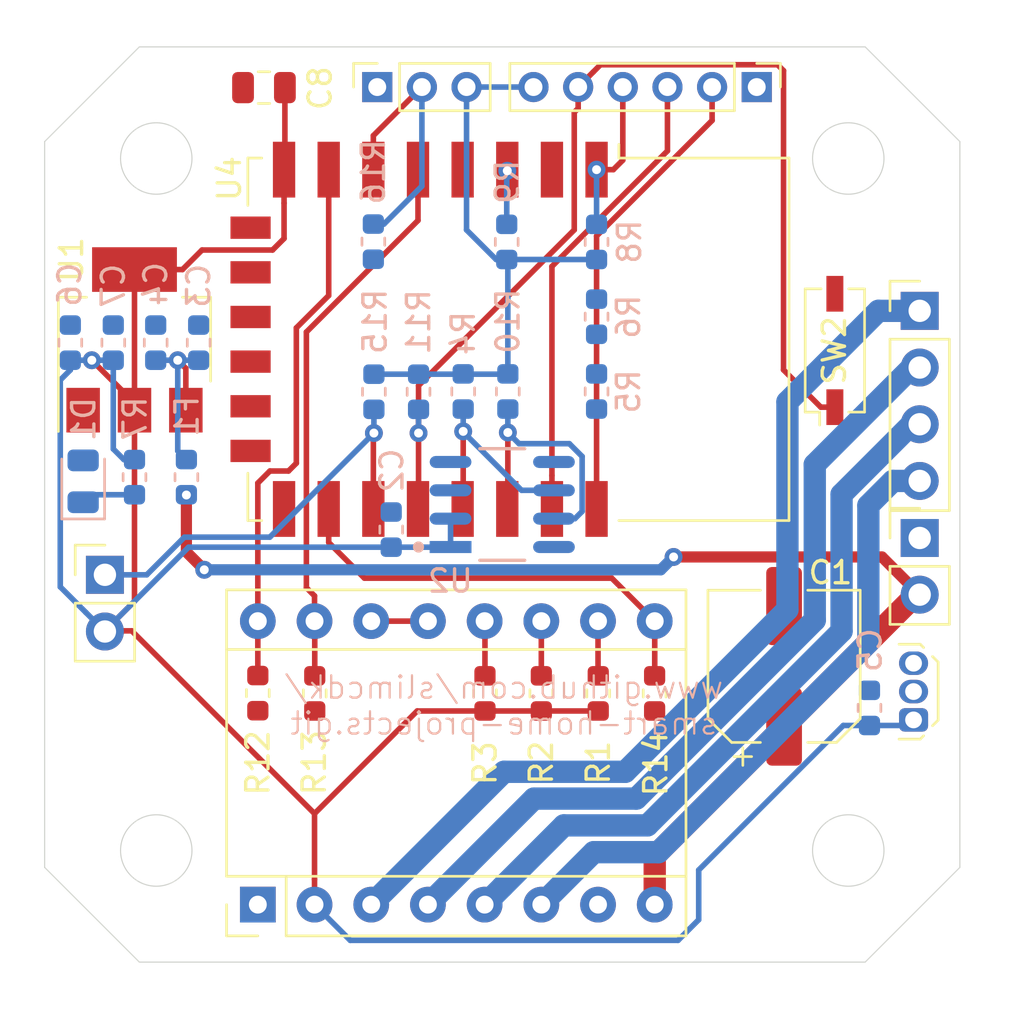
<source format=kicad_pcb>
(kicad_pcb (version 20171130) (host pcbnew 5.1.9-73d0e3b20d~88~ubuntu20.04.1)

  (general
    (thickness 1.6)
    (drawings 13)
    (tracks 195)
    (zones 0)
    (modules 37)
    (nets 38)
  )

  (page A4)
  (layers
    (0 F.Cu signal)
    (31 B.Cu signal)
    (32 B.Adhes user)
    (33 F.Adhes user)
    (34 B.Paste user)
    (35 F.Paste user)
    (36 B.SilkS user)
    (37 F.SilkS user)
    (38 B.Mask user)
    (39 F.Mask user hide)
    (40 Dwgs.User user)
    (41 Cmts.User user)
    (42 Eco1.User user)
    (43 Eco2.User user)
    (44 Edge.Cuts user)
    (45 Margin user)
    (46 B.CrtYd user)
    (47 F.CrtYd user)
    (48 B.Fab user hide)
    (49 F.Fab user hide)
  )

  (setup
    (last_trace_width 0.25)
    (user_trace_width 0.5)
    (user_trace_width 1)
    (trace_clearance 0.2)
    (zone_clearance 0.508)
    (zone_45_only no)
    (trace_min 0.2)
    (via_size 0.8)
    (via_drill 0.4)
    (via_min_size 0.4)
    (via_min_drill 0.3)
    (uvia_size 0.3)
    (uvia_drill 0.1)
    (uvias_allowed no)
    (uvia_min_size 0.2)
    (uvia_min_drill 0.1)
    (edge_width 0.05)
    (segment_width 0.2)
    (pcb_text_width 0.3)
    (pcb_text_size 1.5 1.5)
    (mod_edge_width 0.12)
    (mod_text_size 1 1)
    (mod_text_width 0.15)
    (pad_size 1.524 1.524)
    (pad_drill 0.762)
    (pad_to_mask_clearance 0.051)
    (solder_mask_min_width 0.25)
    (aux_axis_origin 0 0)
    (grid_origin 60.825 52.325)
    (visible_elements FFFFFF7F)
    (pcbplotparams
      (layerselection 0x010fc_ffffffff)
      (usegerberextensions false)
      (usegerberattributes false)
      (usegerberadvancedattributes false)
      (creategerberjobfile false)
      (excludeedgelayer true)
      (linewidth 0.100000)
      (plotframeref false)
      (viasonmask false)
      (mode 1)
      (useauxorigin false)
      (hpglpennumber 1)
      (hpglpenspeed 20)
      (hpglpendiameter 15.000000)
      (psnegative false)
      (psa4output false)
      (plotreference true)
      (plotvalue true)
      (plotinvisibletext false)
      (padsonsilk false)
      (subtractmaskfromsilk false)
      (outputformat 1)
      (mirror false)
      (drillshape 1)
      (scaleselection 1)
      (outputdirectory ""))
  )

  (net 0 "")
  (net 1 /STPR_DIR)
  (net 2 VDD)
  (net 3 /STPR_STP)
  (net 4 GND)
  (net 5 "Net-(A1-Pad13)")
  (net 6 "Net-(A1-Pad6)")
  (net 7 "Net-(A1-Pad5)")
  (net 8 /STPR_MS3)
  (net 9 "Net-(A1-Pad4)")
  (net 10 /STPR_MS2)
  (net 11 "Net-(A1-Pad3)")
  (net 12 /STPR_MS1)
  (net 13 +3V3)
  (net 14 /STPR_ENA)
  (net 15 /GPIO16)
  (net 16 /GPIO12)
  (net 17 /GPIO10)
  (net 18 /GPIO9)
  (net 19 /GPIO2)
  (net 20 /TXD)
  (net 21 /RXD)
  (net 22 /RST)
  (net 23 /GPIO0)
  (net 24 /I2C_SDA)
  (net 25 /GPIO_ADC)
  (net 26 "Net-(R5-Pad1)")
  (net 27 "Net-(D1-Pad1)")
  (net 28 "Net-(R9-Pad2)")
  (net 29 /I2C_SCL)
  (net 30 "Net-(U2-Pad8)")
  (net 31 "Net-(U2-Pad5)")
  (net 32 "Net-(U2-Pad3)")
  (net 33 "Net-(U4-Pad14)")
  (net 34 "Net-(U4-Pad13)")
  (net 35 "Net-(U4-Pad10)")
  (net 36 "Net-(U4-Pad9)")
  (net 37 "Net-(C3-Pad1)")

  (net_class Default "This is the default net class."
    (clearance 0.2)
    (trace_width 0.25)
    (via_dia 0.8)
    (via_drill 0.4)
    (uvia_dia 0.3)
    (uvia_drill 0.1)
    (add_net +3V3)
    (add_net /GPIO0)
    (add_net /GPIO10)
    (add_net /GPIO12)
    (add_net /GPIO16)
    (add_net /GPIO2)
    (add_net /GPIO9)
    (add_net /GPIO_ADC)
    (add_net /I2C_SCL)
    (add_net /I2C_SDA)
    (add_net /RST)
    (add_net /RXD)
    (add_net /STPR_DIR)
    (add_net /STPR_ENA)
    (add_net /STPR_MS1)
    (add_net /STPR_MS2)
    (add_net /STPR_MS3)
    (add_net /STPR_STP)
    (add_net /TXD)
    (add_net GND)
    (add_net "Net-(A1-Pad13)")
    (add_net "Net-(A1-Pad3)")
    (add_net "Net-(A1-Pad4)")
    (add_net "Net-(A1-Pad5)")
    (add_net "Net-(A1-Pad6)")
    (add_net "Net-(C3-Pad1)")
    (add_net "Net-(D1-Pad1)")
    (add_net "Net-(R5-Pad1)")
    (add_net "Net-(R9-Pad2)")
    (add_net "Net-(U2-Pad3)")
    (add_net "Net-(U2-Pad5)")
    (add_net "Net-(U2-Pad8)")
    (add_net "Net-(U4-Pad10)")
    (add_net "Net-(U4-Pad13)")
    (add_net "Net-(U4-Pad14)")
    (add_net "Net-(U4-Pad9)")
    (add_net VDD)
  )

  (module Connector_PinSocket_2.00mm:PinSocket_1x03_P2.00mm_Vertical (layer F.Cu) (tedit 5A19A42B) (tstamp 6034B258)
    (at 55.225 33.625 90)
    (descr "Through hole straight socket strip, 1x03, 2.00mm pitch, single row (from Kicad 4.0.7), script generated")
    (tags "Through hole socket strip THT 1x03 2.00mm single row")
    (path /60DCA557)
    (fp_text reference J2 (at 0 -2.5 90) (layer F.SilkS) hide
      (effects (font (size 1 1) (thickness 0.15)))
    )
    (fp_text value DS18B20 (at 0 6.5 90) (layer F.Fab)
      (effects (font (size 1 1) (thickness 0.15)))
    )
    (fp_line (start -1 -1) (end 0.5 -1) (layer F.Fab) (width 0.1))
    (fp_line (start 0.5 -1) (end 1 -0.5) (layer F.Fab) (width 0.1))
    (fp_line (start 1 -0.5) (end 1 5) (layer F.Fab) (width 0.1))
    (fp_line (start 1 5) (end -1 5) (layer F.Fab) (width 0.1))
    (fp_line (start -1 5) (end -1 -1) (layer F.Fab) (width 0.1))
    (fp_line (start -1.06 1) (end 1.06 1) (layer F.SilkS) (width 0.12))
    (fp_line (start -1.06 1) (end -1.06 5.06) (layer F.SilkS) (width 0.12))
    (fp_line (start -1.06 5.06) (end 1.06 5.06) (layer F.SilkS) (width 0.12))
    (fp_line (start 1.06 1) (end 1.06 5.06) (layer F.SilkS) (width 0.12))
    (fp_line (start 1.06 -1.06) (end 1.06 0) (layer F.SilkS) (width 0.12))
    (fp_line (start 0 -1.06) (end 1.06 -1.06) (layer F.SilkS) (width 0.12))
    (fp_line (start -1.5 -1.5) (end 1.5 -1.5) (layer F.CrtYd) (width 0.05))
    (fp_line (start 1.5 -1.5) (end 1.5 5.5) (layer F.CrtYd) (width 0.05))
    (fp_line (start 1.5 5.5) (end -1.5 5.5) (layer F.CrtYd) (width 0.05))
    (fp_line (start -1.5 5.5) (end -1.5 -1.5) (layer F.CrtYd) (width 0.05))
    (fp_text user %R (at 0 2) (layer F.Fab)
      (effects (font (size 1 1) (thickness 0.15)))
    )
    (pad 3 thru_hole oval (at 0 4 90) (size 1.35 1.35) (drill 0.8) (layers *.Cu *.Mask)
      (net 13 +3V3))
    (pad 2 thru_hole oval (at 0 2 90) (size 1.35 1.35) (drill 0.8) (layers *.Cu *.Mask)
      (net 16 /GPIO12))
    (pad 1 thru_hole rect (at 0 0 90) (size 1.35 1.35) (drill 0.8) (layers *.Cu *.Mask)
      (net 4 GND))
    (model ${KISYS3DMOD}/Connector_PinSocket_2.00mm.3dshapes/PinSocket_1x03_P2.00mm_Vertical.wrl
      (at (xyz 0 0 0))
      (scale (xyz 1 1 1))
      (rotate (xyz 0 0 0))
    )
  )

  (module Resistor_SMD:R_0603_1608Metric (layer B.Cu) (tedit 5B301BBD) (tstamp 6034E7D1)
    (at 55.05 40.55 90)
    (descr "Resistor SMD 0603 (1608 Metric), square (rectangular) end terminal, IPC_7351 nominal, (Body size source: http://www.tortai-tech.com/upload/download/2011102023233369053.pdf), generated with kicad-footprint-generator")
    (tags resistor)
    (path /60D9B762)
    (attr smd)
    (fp_text reference R16 (at 3.125 0 270) (layer B.SilkS)
      (effects (font (size 1 1) (thickness 0.15)) (justify mirror))
    )
    (fp_text value 10k (at 0 -1.43 270) (layer B.Fab)
      (effects (font (size 1 1) (thickness 0.15)) (justify mirror))
    )
    (fp_line (start -0.8 -0.4) (end -0.8 0.4) (layer B.Fab) (width 0.1))
    (fp_line (start -0.8 0.4) (end 0.8 0.4) (layer B.Fab) (width 0.1))
    (fp_line (start 0.8 0.4) (end 0.8 -0.4) (layer B.Fab) (width 0.1))
    (fp_line (start 0.8 -0.4) (end -0.8 -0.4) (layer B.Fab) (width 0.1))
    (fp_line (start -0.162779 0.51) (end 0.162779 0.51) (layer B.SilkS) (width 0.12))
    (fp_line (start -0.162779 -0.51) (end 0.162779 -0.51) (layer B.SilkS) (width 0.12))
    (fp_line (start -1.48 -0.73) (end -1.48 0.73) (layer B.CrtYd) (width 0.05))
    (fp_line (start -1.48 0.73) (end 1.48 0.73) (layer B.CrtYd) (width 0.05))
    (fp_line (start 1.48 0.73) (end 1.48 -0.73) (layer B.CrtYd) (width 0.05))
    (fp_line (start 1.48 -0.73) (end -1.48 -0.73) (layer B.CrtYd) (width 0.05))
    (fp_text user %R (at 0 0 270) (layer B.Fab)
      (effects (font (size 0.4 0.4) (thickness 0.06)) (justify mirror))
    )
    (pad 2 smd roundrect (at 0.7875 0 90) (size 0.875 0.95) (layers B.Cu B.Paste B.Mask) (roundrect_rratio 0.25)
      (net 16 /GPIO12))
    (pad 1 smd roundrect (at -0.7875 0 90) (size 0.875 0.95) (layers B.Cu B.Paste B.Mask) (roundrect_rratio 0.25)
      (net 4 GND))
    (model ${KISYS3DMOD}/Resistor_SMD.3dshapes/R_0603_1608Metric.wrl
      (at (xyz 0 0 0))
      (scale (xyz 1 1 1))
      (rotate (xyz 0 0 0))
    )
  )

  (module Resistor_SMD:R_0603_1608Metric (layer B.Cu) (tedit 5B301BBD) (tstamp 6034DCCB)
    (at 55.075 47.275 270)
    (descr "Resistor SMD 0603 (1608 Metric), square (rectangular) end terminal, IPC_7351 nominal, (Body size source: http://www.tortai-tech.com/upload/download/2011102023233369053.pdf), generated with kicad-footprint-generator")
    (tags resistor)
    (path /60E23D6A)
    (attr smd)
    (fp_text reference R15 (at -3.15 -0.05 270) (layer B.SilkS)
      (effects (font (size 1 1) (thickness 0.15)) (justify mirror))
    )
    (fp_text value 10k (at 0 -1.43 270) (layer B.Fab)
      (effects (font (size 1 1) (thickness 0.15)) (justify mirror))
    )
    (fp_line (start -0.8 -0.4) (end -0.8 0.4) (layer B.Fab) (width 0.1))
    (fp_line (start -0.8 0.4) (end 0.8 0.4) (layer B.Fab) (width 0.1))
    (fp_line (start 0.8 0.4) (end 0.8 -0.4) (layer B.Fab) (width 0.1))
    (fp_line (start 0.8 -0.4) (end -0.8 -0.4) (layer B.Fab) (width 0.1))
    (fp_line (start -0.162779 0.51) (end 0.162779 0.51) (layer B.SilkS) (width 0.12))
    (fp_line (start -0.162779 -0.51) (end 0.162779 -0.51) (layer B.SilkS) (width 0.12))
    (fp_line (start -1.48 -0.73) (end -1.48 0.73) (layer B.CrtYd) (width 0.05))
    (fp_line (start -1.48 0.73) (end 1.48 0.73) (layer B.CrtYd) (width 0.05))
    (fp_line (start 1.48 0.73) (end 1.48 -0.73) (layer B.CrtYd) (width 0.05))
    (fp_line (start 1.48 -0.73) (end -1.48 -0.73) (layer B.CrtYd) (width 0.05))
    (fp_text user %R (at 0 0 270) (layer B.Fab)
      (effects (font (size 0.4 0.4) (thickness 0.06)) (justify mirror))
    )
    (pad 2 smd roundrect (at 0.7875 0 270) (size 0.875 0.95) (layers B.Cu B.Paste B.Mask) (roundrect_rratio 0.25)
      (net 19 /GPIO2))
    (pad 1 smd roundrect (at -0.7875 0 270) (size 0.875 0.95) (layers B.Cu B.Paste B.Mask) (roundrect_rratio 0.25)
      (net 13 +3V3))
    (model ${KISYS3DMOD}/Resistor_SMD.3dshapes/R_0603_1608Metric.wrl
      (at (xyz 0 0 0))
      (scale (xyz 1 1 1))
      (rotate (xyz 0 0 0))
    )
  )

  (module Connector_PinHeader_2.54mm:PinHeader_1x02_P2.54mm_Vertical (layer F.Cu) (tedit 59FED5CC) (tstamp 6034D5AD)
    (at 43.025 55.475)
    (descr "Through hole straight pin header, 1x02, 2.54mm pitch, single row")
    (tags "Through hole pin header THT 1x02 2.54mm single row")
    (path /60D8C56B)
    (fp_text reference J5 (at 1.05 -2.85 270) (layer F.SilkS) hide
      (effects (font (size 1 1) (thickness 0.15)))
    )
    (fp_text value WINDOW (at 0 4.87) (layer F.Fab)
      (effects (font (size 1 1) (thickness 0.15)))
    )
    (fp_line (start -0.635 -1.27) (end 1.27 -1.27) (layer F.Fab) (width 0.1))
    (fp_line (start 1.27 -1.27) (end 1.27 3.81) (layer F.Fab) (width 0.1))
    (fp_line (start 1.27 3.81) (end -1.27 3.81) (layer F.Fab) (width 0.1))
    (fp_line (start -1.27 3.81) (end -1.27 -0.635) (layer F.Fab) (width 0.1))
    (fp_line (start -1.27 -0.635) (end -0.635 -1.27) (layer F.Fab) (width 0.1))
    (fp_line (start -1.33 3.87) (end 1.33 3.87) (layer F.SilkS) (width 0.12))
    (fp_line (start -1.33 1.27) (end -1.33 3.87) (layer F.SilkS) (width 0.12))
    (fp_line (start 1.33 1.27) (end 1.33 3.87) (layer F.SilkS) (width 0.12))
    (fp_line (start -1.33 1.27) (end 1.33 1.27) (layer F.SilkS) (width 0.12))
    (fp_line (start -1.33 0) (end -1.33 -1.33) (layer F.SilkS) (width 0.12))
    (fp_line (start -1.33 -1.33) (end 0 -1.33) (layer F.SilkS) (width 0.12))
    (fp_line (start -1.8 -1.8) (end -1.8 4.35) (layer F.CrtYd) (width 0.05))
    (fp_line (start -1.8 4.35) (end 1.8 4.35) (layer F.CrtYd) (width 0.05))
    (fp_line (start 1.8 4.35) (end 1.8 -1.8) (layer F.CrtYd) (width 0.05))
    (fp_line (start 1.8 -1.8) (end -1.8 -1.8) (layer F.CrtYd) (width 0.05))
    (fp_text user %R (at 0 1.27 90) (layer F.Fab)
      (effects (font (size 1 1) (thickness 0.15)))
    )
    (pad 2 thru_hole oval (at 0 2.54) (size 1.7 1.7) (drill 1) (layers *.Cu *.Mask)
      (net 13 +3V3))
    (pad 1 thru_hole rect (at 0 0) (size 1.7 1.7) (drill 1) (layers *.Cu *.Mask)
      (net 19 /GPIO2))
    (model ${KISYS3DMOD}/Connector_PinHeader_2.54mm.3dshapes/PinHeader_1x02_P2.54mm_Vertical.wrl
      (at (xyz 0 0 0))
      (scale (xyz 1 1 1))
      (rotate (xyz 0 0 0))
    )
  )

  (module Button_Switch_SMD:SW_DIP_SPSTx01_Slide_Copal_CHS-01A_W5.08mm_P1.27mm_JPin (layer F.Cu) (tedit 5A4E1407) (tstamp 6031C5E2)
    (at 75.725 45.425 90)
    (descr "SMD 1x-dip-switch SPST Copal_CHS-01A, Slide, row spacing 5.08 mm (200 mils), body size  (see http://www.nidec-copal-electronics.com/e/catalog/switch/chs.pdf), SMD, JPin")
    (tags "SMD DIP Switch SPST Slide 5.08mm 200mil SMD JPin")
    (path /6052B9DA)
    (attr smd)
    (fp_text reference SW2 (at 0 -0.025 270) (layer F.SilkS)
      (effects (font (size 1 1) (thickness 0.15)))
    )
    (fp_text value BTN_SW (at 0 2.33 90) (layer F.Fab)
      (effects (font (size 1 1) (thickness 0.15)))
    )
    (fp_line (start 3.6 -1.6) (end -3.6 -1.6) (layer F.CrtYd) (width 0.05))
    (fp_line (start 3.6 1.6) (end 3.6 -1.6) (layer F.CrtYd) (width 0.05))
    (fp_line (start -3.6 1.6) (end 3.6 1.6) (layer F.CrtYd) (width 0.05))
    (fp_line (start -3.6 -1.6) (end -3.6 1.6) (layer F.CrtYd) (width 0.05))
    (fp_line (start 2.76 0.62) (end 2.76 1.33) (layer F.SilkS) (width 0.12))
    (fp_line (start -2.761 0.62) (end -2.761 1.33) (layer F.SilkS) (width 0.12))
    (fp_line (start 2.76 -1.33) (end 2.76 -0.62) (layer F.SilkS) (width 0.12))
    (fp_line (start -2.761 -1.33) (end 2.76 -1.33) (layer F.SilkS) (width 0.12))
    (fp_line (start -2.761 -1.33) (end -2.761 -0.68) (layer F.SilkS) (width 0.12))
    (fp_line (start -3.34 -0.68) (end -2.761 -0.68) (layer F.SilkS) (width 0.12))
    (fp_line (start -2.761 1.33) (end 2.76 1.33) (layer F.SilkS) (width 0.12))
    (fp_line (start -0.5 -0.25) (end -0.5 0.25) (layer F.Fab) (width 0.1))
    (fp_line (start -1.5 0.15) (end -0.5 0.15) (layer F.Fab) (width 0.1))
    (fp_line (start -1.5 0.05) (end -0.5 0.05) (layer F.Fab) (width 0.1))
    (fp_line (start -1.5 -0.05) (end -0.5 -0.05) (layer F.Fab) (width 0.1))
    (fp_line (start -1.5 -0.15) (end -0.5 -0.15) (layer F.Fab) (width 0.1))
    (fp_line (start 1.5 -0.25) (end -1.5 -0.25) (layer F.Fab) (width 0.1))
    (fp_line (start 1.5 0.25) (end 1.5 -0.25) (layer F.Fab) (width 0.1))
    (fp_line (start -1.5 0.25) (end 1.5 0.25) (layer F.Fab) (width 0.1))
    (fp_line (start -1.5 -0.25) (end -1.5 0.25) (layer F.Fab) (width 0.1))
    (fp_line (start -2.7 -0.27) (end -1.7 -1.27) (layer F.Fab) (width 0.1))
    (fp_line (start -2.7 1.27) (end -2.7 -0.27) (layer F.Fab) (width 0.1))
    (fp_line (start 2.7 1.27) (end -2.7 1.27) (layer F.Fab) (width 0.1))
    (fp_line (start 2.7 -1.27) (end 2.7 1.27) (layer F.Fab) (width 0.1))
    (fp_line (start -1.7 -1.27) (end 2.7 -1.27) (layer F.Fab) (width 0.1))
    (fp_text user %R (at 2.1 0) (layer F.Fab)
      (effects (font (size 0.6 0.6) (thickness 0.09)))
    )
    (fp_text user on (at 0.83 -0.76 90) (layer F.Fab)
      (effects (font (size 0.6 0.6) (thickness 0.09)))
    )
    (pad 1 smd rect (at -2.54 0 90) (size 1.6 0.76) (layers F.Cu F.Paste F.Mask)
      (net 23 /GPIO0))
    (pad 2 smd rect (at 2.54 0 90) (size 1.6 0.76) (layers F.Cu F.Paste F.Mask)
      (net 4 GND))
    (model ${KISYS3DMOD}/Button_Switch_SMD.3dshapes/SW_DIP_SPSTx01_Slide_Copal_CHS-01A_W5.08mm_P1.27mm_JPin.wrl
      (at (xyz 0 0 0))
      (scale (xyz 1 1 1))
      (rotate (xyz 0 0 0))
    )
  )

  (module Capacitor_SMD:CP_Elec_6.3x7.7 (layer F.Cu) (tedit 5BCA39D0) (tstamp 60345EA6)
    (at 73.45 59.575 90)
    (descr "SMD capacitor, aluminum electrolytic, Nichicon, 6.3x7.7mm")
    (tags "capacitor electrolytic")
    (path /60300641)
    (attr smd)
    (fp_text reference C1 (at 4.2 2.075 180) (layer F.SilkS)
      (effects (font (size 1 1) (thickness 0.15)))
    )
    (fp_text value 100µF (at 0 4.35 90) (layer F.Fab)
      (effects (font (size 1 1) (thickness 0.15)))
    )
    (fp_circle (center 0 0) (end 3.15 0) (layer F.Fab) (width 0.1))
    (fp_line (start 3.3 -3.3) (end 3.3 3.3) (layer F.Fab) (width 0.1))
    (fp_line (start -2.3 -3.3) (end 3.3 -3.3) (layer F.Fab) (width 0.1))
    (fp_line (start -2.3 3.3) (end 3.3 3.3) (layer F.Fab) (width 0.1))
    (fp_line (start -3.3 -2.3) (end -3.3 2.3) (layer F.Fab) (width 0.1))
    (fp_line (start -3.3 -2.3) (end -2.3 -3.3) (layer F.Fab) (width 0.1))
    (fp_line (start -3.3 2.3) (end -2.3 3.3) (layer F.Fab) (width 0.1))
    (fp_line (start -2.704838 -1.33) (end -2.074838 -1.33) (layer F.Fab) (width 0.1))
    (fp_line (start -2.389838 -1.645) (end -2.389838 -1.015) (layer F.Fab) (width 0.1))
    (fp_line (start 3.41 3.41) (end 3.41 1.06) (layer F.SilkS) (width 0.12))
    (fp_line (start 3.41 -3.41) (end 3.41 -1.06) (layer F.SilkS) (width 0.12))
    (fp_line (start -2.345563 -3.41) (end 3.41 -3.41) (layer F.SilkS) (width 0.12))
    (fp_line (start -2.345563 3.41) (end 3.41 3.41) (layer F.SilkS) (width 0.12))
    (fp_line (start -3.41 2.345563) (end -3.41 1.06) (layer F.SilkS) (width 0.12))
    (fp_line (start -3.41 -2.345563) (end -3.41 -1.06) (layer F.SilkS) (width 0.12))
    (fp_line (start -3.41 -2.345563) (end -2.345563 -3.41) (layer F.SilkS) (width 0.12))
    (fp_line (start -3.41 2.345563) (end -2.345563 3.41) (layer F.SilkS) (width 0.12))
    (fp_line (start -4.4375 -1.8475) (end -3.65 -1.8475) (layer F.SilkS) (width 0.12))
    (fp_line (start -4.04375 -2.24125) (end -4.04375 -1.45375) (layer F.SilkS) (width 0.12))
    (fp_line (start 3.55 -3.55) (end 3.55 -1.05) (layer F.CrtYd) (width 0.05))
    (fp_line (start 3.55 -1.05) (end 4.7 -1.05) (layer F.CrtYd) (width 0.05))
    (fp_line (start 4.7 -1.05) (end 4.7 1.05) (layer F.CrtYd) (width 0.05))
    (fp_line (start 4.7 1.05) (end 3.55 1.05) (layer F.CrtYd) (width 0.05))
    (fp_line (start 3.55 1.05) (end 3.55 3.55) (layer F.CrtYd) (width 0.05))
    (fp_line (start -2.4 3.55) (end 3.55 3.55) (layer F.CrtYd) (width 0.05))
    (fp_line (start -2.4 -3.55) (end 3.55 -3.55) (layer F.CrtYd) (width 0.05))
    (fp_line (start -3.55 2.4) (end -2.4 3.55) (layer F.CrtYd) (width 0.05))
    (fp_line (start -3.55 -2.4) (end -2.4 -3.55) (layer F.CrtYd) (width 0.05))
    (fp_line (start -3.55 -2.4) (end -3.55 -1.05) (layer F.CrtYd) (width 0.05))
    (fp_line (start -3.55 1.05) (end -3.55 2.4) (layer F.CrtYd) (width 0.05))
    (fp_line (start -3.55 -1.05) (end -4.7 -1.05) (layer F.CrtYd) (width 0.05))
    (fp_line (start -4.7 -1.05) (end -4.7 1.05) (layer F.CrtYd) (width 0.05))
    (fp_line (start -4.7 1.05) (end -3.55 1.05) (layer F.CrtYd) (width 0.05))
    (fp_text user %R (at 0 0 90) (layer F.Fab)
      (effects (font (size 1 1) (thickness 0.15)))
    )
    (pad 2 smd roundrect (at 2.7 0 90) (size 3.5 1.6) (layers F.Cu F.Paste F.Mask) (roundrect_rratio 0.15625)
      (net 4 GND))
    (pad 1 smd roundrect (at -2.7 0 90) (size 3.5 1.6) (layers F.Cu F.Paste F.Mask) (roundrect_rratio 0.15625)
      (net 2 VDD))
    (model ${KISYS3DMOD}/Capacitor_SMD.3dshapes/CP_Elec_6.3x7.7.wrl
      (at (xyz 0 0 0))
      (scale (xyz 1 1 1))
      (rotate (xyz 0 0 0))
    )
  )

  (module Package_TO_SOT_THT:TO-92Flat (layer F.Cu) (tedit 5C2D433B) (tstamp 6031C625)
    (at 79.25 61.975 90)
    (descr "TO-92Flat package, often used for hall sensors, drill 0.75mm (see e.g. http://www.ti.com/lit/ds/symlink/drv5023.pdf)")
    (tags "to-92Flat hall sensor")
    (path /60A4291E)
    (fp_text reference U3 (at -1.8 -0.025) (layer F.SilkS) hide
      (effects (font (size 1 1) (thickness 0.15)))
    )
    (fp_text value DRV5033A1 (at 1.25 1.7 90) (layer F.Fab)
      (effects (font (size 1 1) (thickness 0.17)))
    )
    (fp_line (start -0.71 0.45) (end -0.86 0.3) (layer F.SilkS) (width 0.12))
    (fp_line (start -0.01 1.1) (end -0.26 0.85) (layer F.SilkS) (width 0.12))
    (fp_line (start 3.24 0.45) (end 3.39 0.3) (layer F.SilkS) (width 0.12))
    (fp_line (start 2.59 1.1) (end 2.84 0.85) (layer F.SilkS) (width 0.12))
    (fp_line (start -0.01 1.1) (end 2.59 1.1) (layer F.SilkS) (width 0.12))
    (fp_line (start 3.52 0.33) (end 2.62 1.23) (layer F.CrtYd) (width 0.05))
    (fp_line (start -0.98 0.39) (end -0.98 -0.9) (layer F.CrtYd) (width 0.05))
    (fp_line (start -0.14 1.23) (end -0.98 0.39) (layer F.CrtYd) (width 0.05))
    (fp_line (start 2.62 1.23) (end -0.14 1.23) (layer F.CrtYd) (width 0.05))
    (fp_line (start 3.52 -0.9) (end 3.52 0.33) (layer F.CrtYd) (width 0.05))
    (fp_line (start -0.98 -0.9) (end 3.52 -0.9) (layer F.CrtYd) (width 0.05))
    (fp_line (start -0.86 0.3) (end -0.86 -0.65) (layer F.SilkS) (width 0.12))
    (fp_line (start 3.39 -0.65) (end 3.39 0.3) (layer F.SilkS) (width 0.12))
    (fp_line (start 2.51 0.9775) (end 0.03 0.9775) (layer F.Fab) (width 0.1))
    (fp_line (start -0.73 -0.5425) (end -0.73 0.2175) (layer F.Fab) (width 0.1))
    (fp_line (start 3.27 -0.5425) (end -0.73 -0.5425) (layer F.Fab) (width 0.1))
    (fp_line (start 3.27 -0.5425) (end 3.27 0.2175) (layer F.Fab) (width 0.1))
    (fp_line (start 3.27 0.2175) (end 2.51 0.9775) (layer F.Fab) (width 0.1))
    (fp_line (start 2.51 0.9775) (end 0.03 0.9775) (layer F.Fab) (width 0.1))
    (fp_line (start 0.03 0.9775) (end -0.73 0.2175) (layer F.Fab) (width 0.1))
    (fp_text user %R (at 1.27 0.2 90) (layer F.Fab)
      (effects (font (size 0.7 0.7) (thickness 0.13)))
    )
    (pad 1 thru_hole roundrect (at 0 0 90) (size 1.05 1.3) (drill 0.75) (layers *.Cu *.Mask) (roundrect_rratio 0.238)
      (net 13 +3V3))
    (pad 3 thru_hole oval (at 2.54 0 90) (size 1.05 1.3) (drill 0.75) (layers *.Cu *.Mask)
      (net 4 GND))
    (pad 2 thru_hole oval (at 1.27 0 90) (size 1.05 1.3) (drill 0.75) (layers *.Cu *.Mask)
      (net 26 "Net-(R5-Pad1)"))
    (model ${KISYS3DMOD}/Package_TO_SOT_THT.3dshapes/TO-92Flat.wrl
      (at (xyz 0 0 0))
      (scale (xyz 1 1 1))
      (rotate (xyz 0 0 0))
    )
  )

  (module Connector_PinHeader_2.00mm:PinHeader_1x06_P2.00mm_Vertical (layer F.Cu) (tedit 59FED667) (tstamp 6031C4DE)
    (at 72.225 33.625 270)
    (descr "Through hole straight pin header, 1x06, 2.00mm pitch, single row")
    (tags "Through hole pin header THT 1x06 2.00mm single row")
    (path /605834CE)
    (fp_text reference J4 (at 0 -2.06 270) (layer F.SilkS) hide
      (effects (font (size 1 1) (thickness 0.15)))
    )
    (fp_text value PROG (at 0 12.06 270) (layer F.Fab)
      (effects (font (size 1 1) (thickness 0.15)))
    )
    (fp_line (start -0.5 -1) (end 1 -1) (layer F.Fab) (width 0.1))
    (fp_line (start 1 -1) (end 1 11) (layer F.Fab) (width 0.1))
    (fp_line (start 1 11) (end -1 11) (layer F.Fab) (width 0.1))
    (fp_line (start -1 11) (end -1 -0.5) (layer F.Fab) (width 0.1))
    (fp_line (start -1 -0.5) (end -0.5 -1) (layer F.Fab) (width 0.1))
    (fp_line (start -1.06 11.06) (end 1.06 11.06) (layer F.SilkS) (width 0.12))
    (fp_line (start -1.06 1) (end -1.06 11.06) (layer F.SilkS) (width 0.12))
    (fp_line (start 1.06 1) (end 1.06 11.06) (layer F.SilkS) (width 0.12))
    (fp_line (start -1.06 1) (end 1.06 1) (layer F.SilkS) (width 0.12))
    (fp_line (start -1.06 0) (end -1.06 -1.06) (layer F.SilkS) (width 0.12))
    (fp_line (start -1.06 -1.06) (end 0 -1.06) (layer F.SilkS) (width 0.12))
    (fp_line (start -1.5 -1.5) (end -1.5 11.5) (layer F.CrtYd) (width 0.05))
    (fp_line (start -1.5 11.5) (end 1.5 11.5) (layer F.CrtYd) (width 0.05))
    (fp_line (start 1.5 11.5) (end 1.5 -1.5) (layer F.CrtYd) (width 0.05))
    (fp_line (start 1.5 -1.5) (end -1.5 -1.5) (layer F.CrtYd) (width 0.05))
    (fp_text user %R (at 0 5 180) (layer F.Fab)
      (effects (font (size 1 1) (thickness 0.15)))
    )
    (pad 6 thru_hole oval (at 0 10 270) (size 1.35 1.35) (drill 0.8) (layers *.Cu *.Mask)
      (net 13 +3V3))
    (pad 5 thru_hole oval (at 0 8 270) (size 1.35 1.35) (drill 0.8) (layers *.Cu *.Mask)
      (net 23 /GPIO0))
    (pad 4 thru_hole oval (at 0 6 270) (size 1.35 1.35) (drill 0.8) (layers *.Cu *.Mask)
      (net 22 /RST))
    (pad 3 thru_hole oval (at 0 4 270) (size 1.35 1.35) (drill 0.8) (layers *.Cu *.Mask)
      (net 21 /RXD))
    (pad 2 thru_hole oval (at 0 2 270) (size 1.35 1.35) (drill 0.8) (layers *.Cu *.Mask)
      (net 20 /TXD))
    (pad 1 thru_hole rect (at 0 0 270) (size 1.35 1.35) (drill 0.8) (layers *.Cu *.Mask)
      (net 4 GND))
    (model ${KISYS3DMOD}/Connector_PinHeader_2.00mm.3dshapes/PinHeader_1x06_P2.00mm_Vertical.wrl
      (at (xyz 0 0 0))
      (scale (xyz 1 1 1))
      (rotate (xyz 0 0 0))
    )
  )

  (module Connector_PinHeader_2.54mm:PinHeader_1x02_P2.54mm_Vertical (layer F.Cu) (tedit 59FED5CC) (tstamp 6031C4C2)
    (at 79.525 53.825)
    (descr "Through hole straight pin header, 1x02, 2.54mm pitch, single row")
    (tags "Through hole pin header THT 1x02 2.54mm single row")
    (path /602CA478)
    (fp_text reference J3 (at 0 -2.33) (layer F.SilkS) hide
      (effects (font (size 1 1) (thickness 0.15)))
    )
    (fp_text value PWR (at 0 4.87) (layer F.Fab)
      (effects (font (size 1 1) (thickness 0.15)))
    )
    (fp_line (start -0.635 -1.27) (end 1.27 -1.27) (layer F.Fab) (width 0.1))
    (fp_line (start 1.27 -1.27) (end 1.27 3.81) (layer F.Fab) (width 0.1))
    (fp_line (start 1.27 3.81) (end -1.27 3.81) (layer F.Fab) (width 0.1))
    (fp_line (start -1.27 3.81) (end -1.27 -0.635) (layer F.Fab) (width 0.1))
    (fp_line (start -1.27 -0.635) (end -0.635 -1.27) (layer F.Fab) (width 0.1))
    (fp_line (start -1.33 3.87) (end 1.33 3.87) (layer F.SilkS) (width 0.12))
    (fp_line (start -1.33 1.27) (end -1.33 3.87) (layer F.SilkS) (width 0.12))
    (fp_line (start 1.33 1.27) (end 1.33 3.87) (layer F.SilkS) (width 0.12))
    (fp_line (start -1.33 1.27) (end 1.33 1.27) (layer F.SilkS) (width 0.12))
    (fp_line (start -1.33 0) (end -1.33 -1.33) (layer F.SilkS) (width 0.12))
    (fp_line (start -1.33 -1.33) (end 0 -1.33) (layer F.SilkS) (width 0.12))
    (fp_line (start -1.8 -1.8) (end -1.8 4.35) (layer F.CrtYd) (width 0.05))
    (fp_line (start -1.8 4.35) (end 1.8 4.35) (layer F.CrtYd) (width 0.05))
    (fp_line (start 1.8 4.35) (end 1.8 -1.8) (layer F.CrtYd) (width 0.05))
    (fp_line (start 1.8 -1.8) (end -1.8 -1.8) (layer F.CrtYd) (width 0.05))
    (fp_text user %R (at 0 1.27 90) (layer F.Fab)
      (effects (font (size 1 1) (thickness 0.15)))
    )
    (pad 2 thru_hole oval (at 0 2.54) (size 1.7 1.7) (drill 1) (layers *.Cu *.Mask)
      (net 2 VDD))
    (pad 1 thru_hole rect (at 0 0) (size 1.7 1.7) (drill 1) (layers *.Cu *.Mask)
      (net 4 GND))
    (model ${KISYS3DMOD}/Connector_PinHeader_2.54mm.3dshapes/PinHeader_1x02_P2.54mm_Vertical.wrl
      (at (xyz 0 0 0))
      (scale (xyz 1 1 1))
      (rotate (xyz 0 0 0))
    )
  )

  (module Connector_PinHeader_2.54mm:PinHeader_1x04_P2.54mm_Vertical (layer F.Cu) (tedit 59FED5CC) (tstamp 6031C499)
    (at 79.525 43.65)
    (descr "Through hole straight pin header, 1x04, 2.54mm pitch, single row")
    (tags "Through hole pin header THT 1x04 2.54mm single row")
    (path /6030D6AF)
    (fp_text reference J1 (at 0 -2.33) (layer F.SilkS) hide
      (effects (font (size 1 1) (thickness 0.15)))
    )
    (fp_text value NEMA17 (at 0 9.95) (layer F.Fab)
      (effects (font (size 1 1) (thickness 0.15)))
    )
    (fp_line (start -0.635 -1.27) (end 1.27 -1.27) (layer F.Fab) (width 0.1))
    (fp_line (start 1.27 -1.27) (end 1.27 8.89) (layer F.Fab) (width 0.1))
    (fp_line (start 1.27 8.89) (end -1.27 8.89) (layer F.Fab) (width 0.1))
    (fp_line (start -1.27 8.89) (end -1.27 -0.635) (layer F.Fab) (width 0.1))
    (fp_line (start -1.27 -0.635) (end -0.635 -1.27) (layer F.Fab) (width 0.1))
    (fp_line (start -1.33 8.95) (end 1.33 8.95) (layer F.SilkS) (width 0.12))
    (fp_line (start -1.33 1.27) (end -1.33 8.95) (layer F.SilkS) (width 0.12))
    (fp_line (start 1.33 1.27) (end 1.33 8.95) (layer F.SilkS) (width 0.12))
    (fp_line (start -1.33 1.27) (end 1.33 1.27) (layer F.SilkS) (width 0.12))
    (fp_line (start -1.33 0) (end -1.33 -1.33) (layer F.SilkS) (width 0.12))
    (fp_line (start -1.33 -1.33) (end 0 -1.33) (layer F.SilkS) (width 0.12))
    (fp_line (start -1.8 -1.8) (end -1.8 9.4) (layer F.CrtYd) (width 0.05))
    (fp_line (start -1.8 9.4) (end 1.8 9.4) (layer F.CrtYd) (width 0.05))
    (fp_line (start 1.8 9.4) (end 1.8 -1.8) (layer F.CrtYd) (width 0.05))
    (fp_line (start 1.8 -1.8) (end -1.8 -1.8) (layer F.CrtYd) (width 0.05))
    (fp_text user %R (at 0 3.81 90) (layer F.Fab)
      (effects (font (size 1 1) (thickness 0.15)))
    )
    (pad 4 thru_hole oval (at 0 7.62) (size 1.7 1.7) (drill 1) (layers *.Cu *.Mask)
      (net 6 "Net-(A1-Pad6)"))
    (pad 3 thru_hole oval (at 0 5.08) (size 1.7 1.7) (drill 1) (layers *.Cu *.Mask)
      (net 7 "Net-(A1-Pad5)"))
    (pad 2 thru_hole oval (at 0 2.54) (size 1.7 1.7) (drill 1) (layers *.Cu *.Mask)
      (net 9 "Net-(A1-Pad4)"))
    (pad 1 thru_hole rect (at 0 0) (size 1.7 1.7) (drill 1) (layers *.Cu *.Mask)
      (net 11 "Net-(A1-Pad3)"))
    (model ${KISYS3DMOD}/Connector_PinHeader_2.54mm.3dshapes/PinHeader_1x04_P2.54mm_Vertical.wrl
      (at (xyz 0 0 0))
      (scale (xyz 1 1 1))
      (rotate (xyz 0 0 0))
    )
  )

  (module Capacitor_SMD:C_0603_1608Metric (layer B.Cu) (tedit 5B301BBE) (tstamp 60345151)
    (at 43.4 45.075 90)
    (descr "Capacitor SMD 0603 (1608 Metric), square (rectangular) end terminal, IPC_7351 nominal, (Body size source: http://www.tortai-tech.com/upload/download/2011102023233369053.pdf), generated with kicad-footprint-generator")
    (tags capacitor)
    (path /60367B79)
    (attr smd)
    (fp_text reference C7 (at 2.55 0 90) (layer B.SilkS)
      (effects (font (size 1 1) (thickness 0.15)) (justify mirror))
    )
    (fp_text value 100nF (at 0 -1.43 90) (layer B.Fab)
      (effects (font (size 1 1) (thickness 0.15)) (justify mirror))
    )
    (fp_line (start -0.8 -0.4) (end -0.8 0.4) (layer B.Fab) (width 0.1))
    (fp_line (start -0.8 0.4) (end 0.8 0.4) (layer B.Fab) (width 0.1))
    (fp_line (start 0.8 0.4) (end 0.8 -0.4) (layer B.Fab) (width 0.1))
    (fp_line (start 0.8 -0.4) (end -0.8 -0.4) (layer B.Fab) (width 0.1))
    (fp_line (start -0.162779 0.51) (end 0.162779 0.51) (layer B.SilkS) (width 0.12))
    (fp_line (start -0.162779 -0.51) (end 0.162779 -0.51) (layer B.SilkS) (width 0.12))
    (fp_line (start -1.48 -0.73) (end -1.48 0.73) (layer B.CrtYd) (width 0.05))
    (fp_line (start -1.48 0.73) (end 1.48 0.73) (layer B.CrtYd) (width 0.05))
    (fp_line (start 1.48 0.73) (end 1.48 -0.73) (layer B.CrtYd) (width 0.05))
    (fp_line (start 1.48 -0.73) (end -1.48 -0.73) (layer B.CrtYd) (width 0.05))
    (fp_text user %R (at 0 0 90) (layer B.Fab)
      (effects (font (size 0.4 0.4) (thickness 0.06)) (justify mirror))
    )
    (pad 2 smd roundrect (at 0.7875 0 90) (size 0.875 0.95) (layers B.Cu B.Paste B.Mask) (roundrect_rratio 0.25)
      (net 4 GND))
    (pad 1 smd roundrect (at -0.7875 0 90) (size 0.875 0.95) (layers B.Cu B.Paste B.Mask) (roundrect_rratio 0.25)
      (net 13 +3V3))
    (model ${KISYS3DMOD}/Capacitor_SMD.3dshapes/C_0603_1608Metric.wrl
      (at (xyz 0 0 0))
      (scale (xyz 1 1 1))
      (rotate (xyz 0 0 0))
    )
  )

  (module Capacitor_SMD:C_0603_1608Metric (layer B.Cu) (tedit 5B301BBE) (tstamp 6031C46A)
    (at 41.475 45.075 90)
    (descr "Capacitor SMD 0603 (1608 Metric), square (rectangular) end terminal, IPC_7351 nominal, (Body size source: http://www.tortai-tech.com/upload/download/2011102023233369053.pdf), generated with kicad-footprint-generator")
    (tags capacitor)
    (path /60367300)
    (attr smd)
    (fp_text reference C6 (at 2.6 -0.025 90) (layer B.SilkS)
      (effects (font (size 1 1) (thickness 0.15)) (justify mirror))
    )
    (fp_text value 10µF (at 0 -1.43 90) (layer B.Fab)
      (effects (font (size 1 1) (thickness 0.15)) (justify mirror))
    )
    (fp_line (start -0.8 -0.4) (end -0.8 0.4) (layer B.Fab) (width 0.1))
    (fp_line (start -0.8 0.4) (end 0.8 0.4) (layer B.Fab) (width 0.1))
    (fp_line (start 0.8 0.4) (end 0.8 -0.4) (layer B.Fab) (width 0.1))
    (fp_line (start 0.8 -0.4) (end -0.8 -0.4) (layer B.Fab) (width 0.1))
    (fp_line (start -0.162779 0.51) (end 0.162779 0.51) (layer B.SilkS) (width 0.12))
    (fp_line (start -0.162779 -0.51) (end 0.162779 -0.51) (layer B.SilkS) (width 0.12))
    (fp_line (start -1.48 -0.73) (end -1.48 0.73) (layer B.CrtYd) (width 0.05))
    (fp_line (start -1.48 0.73) (end 1.48 0.73) (layer B.CrtYd) (width 0.05))
    (fp_line (start 1.48 0.73) (end 1.48 -0.73) (layer B.CrtYd) (width 0.05))
    (fp_line (start 1.48 -0.73) (end -1.48 -0.73) (layer B.CrtYd) (width 0.05))
    (fp_text user %R (at 0 0 90) (layer B.Fab)
      (effects (font (size 0.4 0.4) (thickness 0.06)) (justify mirror))
    )
    (pad 2 smd roundrect (at 0.7875 0 90) (size 0.875 0.95) (layers B.Cu B.Paste B.Mask) (roundrect_rratio 0.25)
      (net 4 GND))
    (pad 1 smd roundrect (at -0.7875 0 90) (size 0.875 0.95) (layers B.Cu B.Paste B.Mask) (roundrect_rratio 0.25)
      (net 13 +3V3))
    (model ${KISYS3DMOD}/Capacitor_SMD.3dshapes/C_0603_1608Metric.wrl
      (at (xyz 0 0 0))
      (scale (xyz 1 1 1))
      (rotate (xyz 0 0 0))
    )
  )

  (module Capacitor_SMD:C_0603_1608Metric (layer B.Cu) (tedit 5B301BBE) (tstamp 6031C459)
    (at 77.275 61.4375 90)
    (descr "Capacitor SMD 0603 (1608 Metric), square (rectangular) end terminal, IPC_7351 nominal, (Body size source: http://www.tortai-tech.com/upload/download/2011102023233369053.pdf), generated with kicad-footprint-generator")
    (tags capacitor)
    (path /608E4D41)
    (attr smd)
    (fp_text reference C5 (at 2.5875 0.025 90) (layer B.SilkS)
      (effects (font (size 1 1) (thickness 0.15)) (justify mirror))
    )
    (fp_text value 100nF (at 0 -1.43 90) (layer B.Fab)
      (effects (font (size 1 1) (thickness 0.15)) (justify mirror))
    )
    (fp_line (start -0.8 -0.4) (end -0.8 0.4) (layer B.Fab) (width 0.1))
    (fp_line (start -0.8 0.4) (end 0.8 0.4) (layer B.Fab) (width 0.1))
    (fp_line (start 0.8 0.4) (end 0.8 -0.4) (layer B.Fab) (width 0.1))
    (fp_line (start 0.8 -0.4) (end -0.8 -0.4) (layer B.Fab) (width 0.1))
    (fp_line (start -0.162779 0.51) (end 0.162779 0.51) (layer B.SilkS) (width 0.12))
    (fp_line (start -0.162779 -0.51) (end 0.162779 -0.51) (layer B.SilkS) (width 0.12))
    (fp_line (start -1.48 -0.73) (end -1.48 0.73) (layer B.CrtYd) (width 0.05))
    (fp_line (start -1.48 0.73) (end 1.48 0.73) (layer B.CrtYd) (width 0.05))
    (fp_line (start 1.48 0.73) (end 1.48 -0.73) (layer B.CrtYd) (width 0.05))
    (fp_line (start 1.48 -0.73) (end -1.48 -0.73) (layer B.CrtYd) (width 0.05))
    (fp_text user %R (at 0 0 90) (layer B.Fab)
      (effects (font (size 0.4 0.4) (thickness 0.06)) (justify mirror))
    )
    (pad 2 smd roundrect (at 0.7875 0 90) (size 0.875 0.95) (layers B.Cu B.Paste B.Mask) (roundrect_rratio 0.25)
      (net 4 GND))
    (pad 1 smd roundrect (at -0.7875 0 90) (size 0.875 0.95) (layers B.Cu B.Paste B.Mask) (roundrect_rratio 0.25)
      (net 13 +3V3))
    (model ${KISYS3DMOD}/Capacitor_SMD.3dshapes/C_0603_1608Metric.wrl
      (at (xyz 0 0 0))
      (scale (xyz 1 1 1))
      (rotate (xyz 0 0 0))
    )
  )

  (module Capacitor_SMD:C_0603_1608Metric (layer B.Cu) (tedit 5B301BBE) (tstamp 6031C448)
    (at 45.3 45.075 90)
    (descr "Capacitor SMD 0603 (1608 Metric), square (rectangular) end terminal, IPC_7351 nominal, (Body size source: http://www.tortai-tech.com/upload/download/2011102023233369053.pdf), generated with kicad-footprint-generator")
    (tags capacitor)
    (path /60366DDB)
    (attr smd)
    (fp_text reference C4 (at 2.625 0 90) (layer B.SilkS)
      (effects (font (size 1 1) (thickness 0.15)) (justify mirror))
    )
    (fp_text value 100nF (at 0 -1.43 90) (layer B.Fab)
      (effects (font (size 1 1) (thickness 0.15)) (justify mirror))
    )
    (fp_line (start -0.8 -0.4) (end -0.8 0.4) (layer B.Fab) (width 0.1))
    (fp_line (start -0.8 0.4) (end 0.8 0.4) (layer B.Fab) (width 0.1))
    (fp_line (start 0.8 0.4) (end 0.8 -0.4) (layer B.Fab) (width 0.1))
    (fp_line (start 0.8 -0.4) (end -0.8 -0.4) (layer B.Fab) (width 0.1))
    (fp_line (start -0.162779 0.51) (end 0.162779 0.51) (layer B.SilkS) (width 0.12))
    (fp_line (start -0.162779 -0.51) (end 0.162779 -0.51) (layer B.SilkS) (width 0.12))
    (fp_line (start -1.48 -0.73) (end -1.48 0.73) (layer B.CrtYd) (width 0.05))
    (fp_line (start -1.48 0.73) (end 1.48 0.73) (layer B.CrtYd) (width 0.05))
    (fp_line (start 1.48 0.73) (end 1.48 -0.73) (layer B.CrtYd) (width 0.05))
    (fp_line (start 1.48 -0.73) (end -1.48 -0.73) (layer B.CrtYd) (width 0.05))
    (fp_text user %R (at 0 0 90) (layer B.Fab)
      (effects (font (size 0.4 0.4) (thickness 0.06)) (justify mirror))
    )
    (pad 2 smd roundrect (at 0.7875 0 90) (size 0.875 0.95) (layers B.Cu B.Paste B.Mask) (roundrect_rratio 0.25)
      (net 4 GND))
    (pad 1 smd roundrect (at -0.7875 0 90) (size 0.875 0.95) (layers B.Cu B.Paste B.Mask) (roundrect_rratio 0.25)
      (net 37 "Net-(C3-Pad1)"))
    (model ${KISYS3DMOD}/Capacitor_SMD.3dshapes/C_0603_1608Metric.wrl
      (at (xyz 0 0 0))
      (scale (xyz 1 1 1))
      (rotate (xyz 0 0 0))
    )
  )

  (module Capacitor_SMD:C_0603_1608Metric (layer B.Cu) (tedit 5B301BBE) (tstamp 6031C437)
    (at 47.225 45.075 90)
    (descr "Capacitor SMD 0603 (1608 Metric), square (rectangular) end terminal, IPC_7351 nominal, (Body size source: http://www.tortai-tech.com/upload/download/2011102023233369053.pdf), generated with kicad-footprint-generator")
    (tags capacitor)
    (path /60363245)
    (attr smd)
    (fp_text reference C3 (at 2.55 0 270) (layer B.SilkS)
      (effects (font (size 1 1) (thickness 0.15)) (justify mirror))
    )
    (fp_text value 10µF (at 0 -1.43 270) (layer B.Fab)
      (effects (font (size 1 1) (thickness 0.15)) (justify mirror))
    )
    (fp_line (start -0.8 -0.4) (end -0.8 0.4) (layer B.Fab) (width 0.1))
    (fp_line (start -0.8 0.4) (end 0.8 0.4) (layer B.Fab) (width 0.1))
    (fp_line (start 0.8 0.4) (end 0.8 -0.4) (layer B.Fab) (width 0.1))
    (fp_line (start 0.8 -0.4) (end -0.8 -0.4) (layer B.Fab) (width 0.1))
    (fp_line (start -0.162779 0.51) (end 0.162779 0.51) (layer B.SilkS) (width 0.12))
    (fp_line (start -0.162779 -0.51) (end 0.162779 -0.51) (layer B.SilkS) (width 0.12))
    (fp_line (start -1.48 -0.73) (end -1.48 0.73) (layer B.CrtYd) (width 0.05))
    (fp_line (start -1.48 0.73) (end 1.48 0.73) (layer B.CrtYd) (width 0.05))
    (fp_line (start 1.48 0.73) (end 1.48 -0.73) (layer B.CrtYd) (width 0.05))
    (fp_line (start 1.48 -0.73) (end -1.48 -0.73) (layer B.CrtYd) (width 0.05))
    (fp_text user %R (at 0 0 270) (layer B.Fab)
      (effects (font (size 0.4 0.4) (thickness 0.06)) (justify mirror))
    )
    (pad 2 smd roundrect (at 0.7875 0 90) (size 0.875 0.95) (layers B.Cu B.Paste B.Mask) (roundrect_rratio 0.25)
      (net 4 GND))
    (pad 1 smd roundrect (at -0.7875 0 90) (size 0.875 0.95) (layers B.Cu B.Paste B.Mask) (roundrect_rratio 0.25)
      (net 37 "Net-(C3-Pad1)"))
    (model ${KISYS3DMOD}/Capacitor_SMD.3dshapes/C_0603_1608Metric.wrl
      (at (xyz 0 0 0))
      (scale (xyz 1 1 1))
      (rotate (xyz 0 0 0))
    )
  )

  (module Capacitor_SMD:C_0603_1608Metric (layer B.Cu) (tedit 5B301BBE) (tstamp 6031C426)
    (at 55.85 53.45 90)
    (descr "Capacitor SMD 0603 (1608 Metric), square (rectangular) end terminal, IPC_7351 nominal, (Body size source: http://www.tortai-tech.com/upload/download/2011102023233369053.pdf), generated with kicad-footprint-generator")
    (tags capacitor)
    (path /603545DD)
    (attr smd)
    (fp_text reference C2 (at 2.65 0.025 90) (layer B.SilkS)
      (effects (font (size 1 1) (thickness 0.15)) (justify mirror))
    )
    (fp_text value 100nF (at 0 -1.43 90) (layer B.Fab)
      (effects (font (size 1 1) (thickness 0.15)) (justify mirror))
    )
    (fp_line (start -0.8 -0.4) (end -0.8 0.4) (layer B.Fab) (width 0.1))
    (fp_line (start -0.8 0.4) (end 0.8 0.4) (layer B.Fab) (width 0.1))
    (fp_line (start 0.8 0.4) (end 0.8 -0.4) (layer B.Fab) (width 0.1))
    (fp_line (start 0.8 -0.4) (end -0.8 -0.4) (layer B.Fab) (width 0.1))
    (fp_line (start -0.162779 0.51) (end 0.162779 0.51) (layer B.SilkS) (width 0.12))
    (fp_line (start -0.162779 -0.51) (end 0.162779 -0.51) (layer B.SilkS) (width 0.12))
    (fp_line (start -1.48 -0.73) (end -1.48 0.73) (layer B.CrtYd) (width 0.05))
    (fp_line (start -1.48 0.73) (end 1.48 0.73) (layer B.CrtYd) (width 0.05))
    (fp_line (start 1.48 0.73) (end 1.48 -0.73) (layer B.CrtYd) (width 0.05))
    (fp_line (start 1.48 -0.73) (end -1.48 -0.73) (layer B.CrtYd) (width 0.05))
    (fp_text user %R (at 0 0 90) (layer B.Fab)
      (effects (font (size 0.4 0.4) (thickness 0.06)) (justify mirror))
    )
    (pad 2 smd roundrect (at 0.7875 0 90) (size 0.875 0.95) (layers B.Cu B.Paste B.Mask) (roundrect_rratio 0.25)
      (net 4 GND))
    (pad 1 smd roundrect (at -0.7875 0 90) (size 0.875 0.95) (layers B.Cu B.Paste B.Mask) (roundrect_rratio 0.25)
      (net 13 +3V3))
    (model ${KISYS3DMOD}/Capacitor_SMD.3dshapes/C_0603_1608Metric.wrl
      (at (xyz 0 0 0))
      (scale (xyz 1 1 1))
      (rotate (xyz 0 0 0))
    )
  )

  (module Resistor_SMD:R_0603_1608Metric (layer F.Cu) (tedit 5B301BBD) (tstamp 6031C5CC)
    (at 67.65 60.7875 90)
    (descr "Resistor SMD 0603 (1608 Metric), square (rectangular) end terminal, IPC_7351 nominal, (Body size source: http://www.tortai-tech.com/upload/download/2011102023233369053.pdf), generated with kicad-footprint-generator")
    (tags resistor)
    (path /604D477D)
    (attr smd)
    (fp_text reference R14 (at -3.15 0.05 90) (layer F.SilkS)
      (effects (font (size 1 1) (thickness 0.15)))
    )
    (fp_text value 10k (at 0 1.43 90) (layer F.Fab)
      (effects (font (size 1 1) (thickness 0.15)))
    )
    (fp_line (start -0.8 0.4) (end -0.8 -0.4) (layer F.Fab) (width 0.1))
    (fp_line (start -0.8 -0.4) (end 0.8 -0.4) (layer F.Fab) (width 0.1))
    (fp_line (start 0.8 -0.4) (end 0.8 0.4) (layer F.Fab) (width 0.1))
    (fp_line (start 0.8 0.4) (end -0.8 0.4) (layer F.Fab) (width 0.1))
    (fp_line (start -0.162779 -0.51) (end 0.162779 -0.51) (layer F.SilkS) (width 0.12))
    (fp_line (start -0.162779 0.51) (end 0.162779 0.51) (layer F.SilkS) (width 0.12))
    (fp_line (start -1.48 0.73) (end -1.48 -0.73) (layer F.CrtYd) (width 0.05))
    (fp_line (start -1.48 -0.73) (end 1.48 -0.73) (layer F.CrtYd) (width 0.05))
    (fp_line (start 1.48 -0.73) (end 1.48 0.73) (layer F.CrtYd) (width 0.05))
    (fp_line (start 1.48 0.73) (end -1.48 0.73) (layer F.CrtYd) (width 0.05))
    (fp_text user %R (at 0 0 90) (layer F.Fab)
      (effects (font (size 0.4 0.4) (thickness 0.06)))
    )
    (pad 2 smd roundrect (at 0.7875 0 90) (size 0.875 0.95) (layers F.Cu F.Paste F.Mask) (roundrect_rratio 0.25)
      (net 14 /STPR_ENA))
    (pad 1 smd roundrect (at -0.7875 0 90) (size 0.875 0.95) (layers F.Cu F.Paste F.Mask) (roundrect_rratio 0.25)
      (net 4 GND))
    (model ${KISYS3DMOD}/Resistor_SMD.3dshapes/R_0603_1608Metric.wrl
      (at (xyz 0 0 0))
      (scale (xyz 1 1 1))
      (rotate (xyz 0 0 0))
    )
  )

  (module Resistor_SMD:R_0603_1608Metric (layer F.Cu) (tedit 5B301BBD) (tstamp 60329469)
    (at 52.425 60.7875 90)
    (descr "Resistor SMD 0603 (1608 Metric), square (rectangular) end terminal, IPC_7351 nominal, (Body size source: http://www.tortai-tech.com/upload/download/2011102023233369053.pdf), generated with kicad-footprint-generator")
    (tags resistor)
    (path /606C6A50)
    (attr smd)
    (fp_text reference R13 (at -3.1 -0.025 90) (layer F.SilkS)
      (effects (font (size 1 1) (thickness 0.15)))
    )
    (fp_text value 10k (at 0 1.43 90) (layer F.Fab)
      (effects (font (size 1 1) (thickness 0.15)))
    )
    (fp_line (start -0.8 0.4) (end -0.8 -0.4) (layer F.Fab) (width 0.1))
    (fp_line (start -0.8 -0.4) (end 0.8 -0.4) (layer F.Fab) (width 0.1))
    (fp_line (start 0.8 -0.4) (end 0.8 0.4) (layer F.Fab) (width 0.1))
    (fp_line (start 0.8 0.4) (end -0.8 0.4) (layer F.Fab) (width 0.1))
    (fp_line (start -0.162779 -0.51) (end 0.162779 -0.51) (layer F.SilkS) (width 0.12))
    (fp_line (start -0.162779 0.51) (end 0.162779 0.51) (layer F.SilkS) (width 0.12))
    (fp_line (start -1.48 0.73) (end -1.48 -0.73) (layer F.CrtYd) (width 0.05))
    (fp_line (start -1.48 -0.73) (end 1.48 -0.73) (layer F.CrtYd) (width 0.05))
    (fp_line (start 1.48 -0.73) (end 1.48 0.73) (layer F.CrtYd) (width 0.05))
    (fp_line (start 1.48 0.73) (end -1.48 0.73) (layer F.CrtYd) (width 0.05))
    (fp_text user %R (at 0 0 90) (layer F.Fab)
      (effects (font (size 0.4 0.4) (thickness 0.06)))
    )
    (pad 2 smd roundrect (at 0.7875 0 90) (size 0.875 0.95) (layers F.Cu F.Paste F.Mask) (roundrect_rratio 0.25)
      (net 3 /STPR_STP))
    (pad 1 smd roundrect (at -0.7875 0 90) (size 0.875 0.95) (layers F.Cu F.Paste F.Mask) (roundrect_rratio 0.25)
      (net 4 GND))
    (model ${KISYS3DMOD}/Resistor_SMD.3dshapes/R_0603_1608Metric.wrl
      (at (xyz 0 0 0))
      (scale (xyz 1 1 1))
      (rotate (xyz 0 0 0))
    )
  )

  (module Resistor_SMD:R_0603_1608Metric (layer F.Cu) (tedit 5B301BBD) (tstamp 6031C5AA)
    (at 49.875 60.775 90)
    (descr "Resistor SMD 0603 (1608 Metric), square (rectangular) end terminal, IPC_7351 nominal, (Body size source: http://www.tortai-tech.com/upload/download/2011102023233369053.pdf), generated with kicad-footprint-generator")
    (tags resistor)
    (path /606C6C79)
    (attr smd)
    (fp_text reference R12 (at -3.125 0 90) (layer F.SilkS)
      (effects (font (size 1 1) (thickness 0.15)))
    )
    (fp_text value 10k (at 0 1.43 90) (layer F.Fab)
      (effects (font (size 1 1) (thickness 0.15)))
    )
    (fp_line (start -0.8 0.4) (end -0.8 -0.4) (layer F.Fab) (width 0.1))
    (fp_line (start -0.8 -0.4) (end 0.8 -0.4) (layer F.Fab) (width 0.1))
    (fp_line (start 0.8 -0.4) (end 0.8 0.4) (layer F.Fab) (width 0.1))
    (fp_line (start 0.8 0.4) (end -0.8 0.4) (layer F.Fab) (width 0.1))
    (fp_line (start -0.162779 -0.51) (end 0.162779 -0.51) (layer F.SilkS) (width 0.12))
    (fp_line (start -0.162779 0.51) (end 0.162779 0.51) (layer F.SilkS) (width 0.12))
    (fp_line (start -1.48 0.73) (end -1.48 -0.73) (layer F.CrtYd) (width 0.05))
    (fp_line (start -1.48 -0.73) (end 1.48 -0.73) (layer F.CrtYd) (width 0.05))
    (fp_line (start 1.48 -0.73) (end 1.48 0.73) (layer F.CrtYd) (width 0.05))
    (fp_line (start 1.48 0.73) (end -1.48 0.73) (layer F.CrtYd) (width 0.05))
    (fp_text user %R (at 0 0 90) (layer F.Fab)
      (effects (font (size 0.4 0.4) (thickness 0.06)))
    )
    (pad 2 smd roundrect (at 0.7875 0 90) (size 0.875 0.95) (layers F.Cu F.Paste F.Mask) (roundrect_rratio 0.25)
      (net 1 /STPR_DIR))
    (pad 1 smd roundrect (at -0.7875 0 90) (size 0.875 0.95) (layers F.Cu F.Paste F.Mask) (roundrect_rratio 0.25)
      (net 4 GND))
    (model ${KISYS3DMOD}/Resistor_SMD.3dshapes/R_0603_1608Metric.wrl
      (at (xyz 0 0 0))
      (scale (xyz 1 1 1))
      (rotate (xyz 0 0 0))
    )
  )

  (module Resistor_SMD:R_0603_1608Metric (layer B.Cu) (tedit 5B301BBD) (tstamp 6034DD5B)
    (at 57.075 47.275 270)
    (descr "Resistor SMD 0603 (1608 Metric), square (rectangular) end terminal, IPC_7351 nominal, (Body size source: http://www.tortai-tech.com/upload/download/2011102023233369053.pdf), generated with kicad-footprint-generator")
    (tags resistor)
    (path /6049BB78)
    (attr smd)
    (fp_text reference R11 (at -3.125 0 270) (layer B.SilkS)
      (effects (font (size 1 1) (thickness 0.15)) (justify mirror))
    )
    (fp_text value 10k (at 0 -1.43 270) (layer B.Fab)
      (effects (font (size 1 1) (thickness 0.15)) (justify mirror))
    )
    (fp_line (start -0.8 -0.4) (end -0.8 0.4) (layer B.Fab) (width 0.1))
    (fp_line (start -0.8 0.4) (end 0.8 0.4) (layer B.Fab) (width 0.1))
    (fp_line (start 0.8 0.4) (end 0.8 -0.4) (layer B.Fab) (width 0.1))
    (fp_line (start 0.8 -0.4) (end -0.8 -0.4) (layer B.Fab) (width 0.1))
    (fp_line (start -0.162779 0.51) (end 0.162779 0.51) (layer B.SilkS) (width 0.12))
    (fp_line (start -0.162779 -0.51) (end 0.162779 -0.51) (layer B.SilkS) (width 0.12))
    (fp_line (start -1.48 -0.73) (end -1.48 0.73) (layer B.CrtYd) (width 0.05))
    (fp_line (start -1.48 0.73) (end 1.48 0.73) (layer B.CrtYd) (width 0.05))
    (fp_line (start 1.48 0.73) (end 1.48 -0.73) (layer B.CrtYd) (width 0.05))
    (fp_line (start 1.48 -0.73) (end -1.48 -0.73) (layer B.CrtYd) (width 0.05))
    (fp_text user %R (at 0 0 270) (layer B.Fab)
      (effects (font (size 0.4 0.4) (thickness 0.06)) (justify mirror))
    )
    (pad 2 smd roundrect (at 0.7875 0 270) (size 0.875 0.95) (layers B.Cu B.Paste B.Mask) (roundrect_rratio 0.25)
      (net 23 /GPIO0))
    (pad 1 smd roundrect (at -0.7875 0 270) (size 0.875 0.95) (layers B.Cu B.Paste B.Mask) (roundrect_rratio 0.25)
      (net 13 +3V3))
    (model ${KISYS3DMOD}/Resistor_SMD.3dshapes/R_0603_1608Metric.wrl
      (at (xyz 0 0 0))
      (scale (xyz 1 1 1))
      (rotate (xyz 0 0 0))
    )
  )

  (module Resistor_SMD:R_0603_1608Metric (layer B.Cu) (tedit 5B301BBD) (tstamp 6034DCFB)
    (at 61.075 47.2625 270)
    (descr "Resistor SMD 0603 (1608 Metric), square (rectangular) end terminal, IPC_7351 nominal, (Body size source: http://www.tortai-tech.com/upload/download/2011102023233369053.pdf), generated with kicad-footprint-generator")
    (tags resistor)
    (path /5E7F657B)
    (attr smd)
    (fp_text reference R10 (at -3.15 0 90) (layer B.SilkS)
      (effects (font (size 1 1) (thickness 0.15)) (justify mirror))
    )
    (fp_text value 10k (at 0 -1.43 90) (layer B.Fab)
      (effects (font (size 1 1) (thickness 0.15)) (justify mirror))
    )
    (fp_line (start -0.8 -0.4) (end -0.8 0.4) (layer B.Fab) (width 0.1))
    (fp_line (start -0.8 0.4) (end 0.8 0.4) (layer B.Fab) (width 0.1))
    (fp_line (start 0.8 0.4) (end 0.8 -0.4) (layer B.Fab) (width 0.1))
    (fp_line (start 0.8 -0.4) (end -0.8 -0.4) (layer B.Fab) (width 0.1))
    (fp_line (start -0.162779 0.51) (end 0.162779 0.51) (layer B.SilkS) (width 0.12))
    (fp_line (start -0.162779 -0.51) (end 0.162779 -0.51) (layer B.SilkS) (width 0.12))
    (fp_line (start -1.48 -0.73) (end -1.48 0.73) (layer B.CrtYd) (width 0.05))
    (fp_line (start -1.48 0.73) (end 1.48 0.73) (layer B.CrtYd) (width 0.05))
    (fp_line (start 1.48 0.73) (end 1.48 -0.73) (layer B.CrtYd) (width 0.05))
    (fp_line (start 1.48 -0.73) (end -1.48 -0.73) (layer B.CrtYd) (width 0.05))
    (fp_text user %R (at 0 0 90) (layer B.Fab)
      (effects (font (size 0.4 0.4) (thickness 0.06)) (justify mirror))
    )
    (pad 2 smd roundrect (at 0.7875 0 270) (size 0.875 0.95) (layers B.Cu B.Paste B.Mask) (roundrect_rratio 0.25)
      (net 29 /I2C_SCL))
    (pad 1 smd roundrect (at -0.7875 0 270) (size 0.875 0.95) (layers B.Cu B.Paste B.Mask) (roundrect_rratio 0.25)
      (net 13 +3V3))
    (model ${KISYS3DMOD}/Resistor_SMD.3dshapes/R_0603_1608Metric.wrl
      (at (xyz 0 0 0))
      (scale (xyz 1 1 1))
      (rotate (xyz 0 0 0))
    )
  )

  (module Resistor_SMD:R_0603_1608Metric (layer B.Cu) (tedit 5B301BBD) (tstamp 60334D8E)
    (at 61.025 40.5625 90)
    (descr "Resistor SMD 0603 (1608 Metric), square (rectangular) end terminal, IPC_7351 nominal, (Body size source: http://www.tortai-tech.com/upload/download/2011102023233369053.pdf), generated with kicad-footprint-generator")
    (tags resistor)
    (path /6049B867)
    (attr smd)
    (fp_text reference R9 (at 2.6875 0.025 270) (layer B.SilkS)
      (effects (font (size 1 1) (thickness 0.15)) (justify mirror))
    )
    (fp_text value 10k (at 0 -1.43 270) (layer B.Fab)
      (effects (font (size 1 1) (thickness 0.15)) (justify mirror))
    )
    (fp_line (start -0.8 -0.4) (end -0.8 0.4) (layer B.Fab) (width 0.1))
    (fp_line (start -0.8 0.4) (end 0.8 0.4) (layer B.Fab) (width 0.1))
    (fp_line (start 0.8 0.4) (end 0.8 -0.4) (layer B.Fab) (width 0.1))
    (fp_line (start 0.8 -0.4) (end -0.8 -0.4) (layer B.Fab) (width 0.1))
    (fp_line (start -0.162779 0.51) (end 0.162779 0.51) (layer B.SilkS) (width 0.12))
    (fp_line (start -0.162779 -0.51) (end 0.162779 -0.51) (layer B.SilkS) (width 0.12))
    (fp_line (start -1.48 -0.73) (end -1.48 0.73) (layer B.CrtYd) (width 0.05))
    (fp_line (start -1.48 0.73) (end 1.48 0.73) (layer B.CrtYd) (width 0.05))
    (fp_line (start 1.48 0.73) (end 1.48 -0.73) (layer B.CrtYd) (width 0.05))
    (fp_line (start 1.48 -0.73) (end -1.48 -0.73) (layer B.CrtYd) (width 0.05))
    (fp_text user %R (at 0 0 270) (layer B.Fab)
      (effects (font (size 0.4 0.4) (thickness 0.06)) (justify mirror))
    )
    (pad 2 smd roundrect (at 0.7875 0 90) (size 0.875 0.95) (layers B.Cu B.Paste B.Mask) (roundrect_rratio 0.25)
      (net 28 "Net-(R9-Pad2)"))
    (pad 1 smd roundrect (at -0.7875 0 90) (size 0.875 0.95) (layers B.Cu B.Paste B.Mask) (roundrect_rratio 0.25)
      (net 13 +3V3))
    (model ${KISYS3DMOD}/Resistor_SMD.3dshapes/R_0603_1608Metric.wrl
      (at (xyz 0 0 0))
      (scale (xyz 1 1 1))
      (rotate (xyz 0 0 0))
    )
  )

  (module Resistor_SMD:R_0603_1608Metric (layer B.Cu) (tedit 5B301BBD) (tstamp 6031C566)
    (at 65.05 40.5625 90)
    (descr "Resistor SMD 0603 (1608 Metric), square (rectangular) end terminal, IPC_7351 nominal, (Body size source: http://www.tortai-tech.com/upload/download/2011102023233369053.pdf), generated with kicad-footprint-generator")
    (tags resistor)
    (path /6049A8C0)
    (attr smd)
    (fp_text reference R8 (at 0.0125 1.475 270) (layer B.SilkS)
      (effects (font (size 1 1) (thickness 0.15)) (justify mirror))
    )
    (fp_text value 10k (at 0 -1.43 270) (layer B.Fab)
      (effects (font (size 1 1) (thickness 0.15)) (justify mirror))
    )
    (fp_line (start -0.8 -0.4) (end -0.8 0.4) (layer B.Fab) (width 0.1))
    (fp_line (start -0.8 0.4) (end 0.8 0.4) (layer B.Fab) (width 0.1))
    (fp_line (start 0.8 0.4) (end 0.8 -0.4) (layer B.Fab) (width 0.1))
    (fp_line (start 0.8 -0.4) (end -0.8 -0.4) (layer B.Fab) (width 0.1))
    (fp_line (start -0.162779 0.51) (end 0.162779 0.51) (layer B.SilkS) (width 0.12))
    (fp_line (start -0.162779 -0.51) (end 0.162779 -0.51) (layer B.SilkS) (width 0.12))
    (fp_line (start -1.48 -0.73) (end -1.48 0.73) (layer B.CrtYd) (width 0.05))
    (fp_line (start -1.48 0.73) (end 1.48 0.73) (layer B.CrtYd) (width 0.05))
    (fp_line (start 1.48 0.73) (end 1.48 -0.73) (layer B.CrtYd) (width 0.05))
    (fp_line (start 1.48 -0.73) (end -1.48 -0.73) (layer B.CrtYd) (width 0.05))
    (fp_text user %R (at 0 0 270) (layer B.Fab)
      (effects (font (size 0.4 0.4) (thickness 0.06)) (justify mirror))
    )
    (pad 2 smd roundrect (at 0.7875 0 90) (size 0.875 0.95) (layers B.Cu B.Paste B.Mask) (roundrect_rratio 0.25)
      (net 22 /RST))
    (pad 1 smd roundrect (at -0.7875 0 90) (size 0.875 0.95) (layers B.Cu B.Paste B.Mask) (roundrect_rratio 0.25)
      (net 13 +3V3))
    (model ${KISYS3DMOD}/Resistor_SMD.3dshapes/R_0603_1608Metric.wrl
      (at (xyz 0 0 0))
      (scale (xyz 1 1 1))
      (rotate (xyz 0 0 0))
    )
  )

  (module Resistor_SMD:R_0603_1608Metric (layer B.Cu) (tedit 5B301BBD) (tstamp 6031C555)
    (at 44.35 51.1 90)
    (descr "Resistor SMD 0603 (1608 Metric), square (rectangular) end terminal, IPC_7351 nominal, (Body size source: http://www.tortai-tech.com/upload/download/2011102023233369053.pdf), generated with kicad-footprint-generator")
    (tags resistor)
    (path /603A84D3)
    (attr smd)
    (fp_text reference R7 (at 2.625 0.025 90) (layer B.SilkS)
      (effects (font (size 1 1) (thickness 0.15)) (justify mirror))
    )
    (fp_text value 1K (at 0 -1.43 90) (layer B.Fab)
      (effects (font (size 1 1) (thickness 0.15)) (justify mirror))
    )
    (fp_line (start -0.8 -0.4) (end -0.8 0.4) (layer B.Fab) (width 0.1))
    (fp_line (start -0.8 0.4) (end 0.8 0.4) (layer B.Fab) (width 0.1))
    (fp_line (start 0.8 0.4) (end 0.8 -0.4) (layer B.Fab) (width 0.1))
    (fp_line (start 0.8 -0.4) (end -0.8 -0.4) (layer B.Fab) (width 0.1))
    (fp_line (start -0.162779 0.51) (end 0.162779 0.51) (layer B.SilkS) (width 0.12))
    (fp_line (start -0.162779 -0.51) (end 0.162779 -0.51) (layer B.SilkS) (width 0.12))
    (fp_line (start -1.48 -0.73) (end -1.48 0.73) (layer B.CrtYd) (width 0.05))
    (fp_line (start -1.48 0.73) (end 1.48 0.73) (layer B.CrtYd) (width 0.05))
    (fp_line (start 1.48 0.73) (end 1.48 -0.73) (layer B.CrtYd) (width 0.05))
    (fp_line (start 1.48 -0.73) (end -1.48 -0.73) (layer B.CrtYd) (width 0.05))
    (fp_text user %R (at 0 0 90) (layer B.Fab)
      (effects (font (size 0.4 0.4) (thickness 0.06)) (justify mirror))
    )
    (pad 2 smd roundrect (at 0.7875 0 90) (size 0.875 0.95) (layers B.Cu B.Paste B.Mask) (roundrect_rratio 0.25)
      (net 13 +3V3))
    (pad 1 smd roundrect (at -0.7875 0 90) (size 0.875 0.95) (layers B.Cu B.Paste B.Mask) (roundrect_rratio 0.25)
      (net 27 "Net-(D1-Pad1)"))
    (model ${KISYS3DMOD}/Resistor_SMD.3dshapes/R_0603_1608Metric.wrl
      (at (xyz 0 0 0))
      (scale (xyz 1 1 1))
      (rotate (xyz 0 0 0))
    )
  )

  (module Resistor_SMD:R_0603_1608Metric (layer B.Cu) (tedit 5B301BBD) (tstamp 6034CF23)
    (at 65.05 43.9125 90)
    (descr "Resistor SMD 0603 (1608 Metric), square (rectangular) end terminal, IPC_7351 nominal, (Body size source: http://www.tortai-tech.com/upload/download/2011102023233369053.pdf), generated with kicad-footprint-generator")
    (tags resistor)
    (path /60A735F8)
    (attr smd)
    (fp_text reference R6 (at 0 1.43 90) (layer B.SilkS)
      (effects (font (size 1 1) (thickness 0.15)) (justify mirror))
    )
    (fp_text value 100k (at 0 -1.43 90) (layer B.Fab)
      (effects (font (size 1 1) (thickness 0.15)) (justify mirror))
    )
    (fp_line (start -0.8 -0.4) (end -0.8 0.4) (layer B.Fab) (width 0.1))
    (fp_line (start -0.8 0.4) (end 0.8 0.4) (layer B.Fab) (width 0.1))
    (fp_line (start 0.8 0.4) (end 0.8 -0.4) (layer B.Fab) (width 0.1))
    (fp_line (start 0.8 -0.4) (end -0.8 -0.4) (layer B.Fab) (width 0.1))
    (fp_line (start -0.162779 0.51) (end 0.162779 0.51) (layer B.SilkS) (width 0.12))
    (fp_line (start -0.162779 -0.51) (end 0.162779 -0.51) (layer B.SilkS) (width 0.12))
    (fp_line (start -1.48 -0.73) (end -1.48 0.73) (layer B.CrtYd) (width 0.05))
    (fp_line (start -1.48 0.73) (end 1.48 0.73) (layer B.CrtYd) (width 0.05))
    (fp_line (start 1.48 0.73) (end 1.48 -0.73) (layer B.CrtYd) (width 0.05))
    (fp_line (start 1.48 -0.73) (end -1.48 -0.73) (layer B.CrtYd) (width 0.05))
    (fp_text user %R (at 0 0 90) (layer B.Fab)
      (effects (font (size 0.4 0.4) (thickness 0.06)) (justify mirror))
    )
    (pad 2 smd roundrect (at 0.7875 0 90) (size 0.875 0.95) (layers B.Cu B.Paste B.Mask) (roundrect_rratio 0.25)
      (net 4 GND))
    (pad 1 smd roundrect (at -0.7875 0 90) (size 0.875 0.95) (layers B.Cu B.Paste B.Mask) (roundrect_rratio 0.25)
      (net 25 /GPIO_ADC))
    (model ${KISYS3DMOD}/Resistor_SMD.3dshapes/R_0603_1608Metric.wrl
      (at (xyz 0 0 0))
      (scale (xyz 1 1 1))
      (rotate (xyz 0 0 0))
    )
  )

  (module Resistor_SMD:R_0603_1608Metric (layer B.Cu) (tedit 5B301BBD) (tstamp 6031C533)
    (at 65.05 47.2625 90)
    (descr "Resistor SMD 0603 (1608 Metric), square (rectangular) end terminal, IPC_7351 nominal, (Body size source: http://www.tortai-tech.com/upload/download/2011102023233369053.pdf), generated with kicad-footprint-generator")
    (tags resistor)
    (path /60A6F403)
    (attr smd)
    (fp_text reference R5 (at 0 1.43 90) (layer B.SilkS)
      (effects (font (size 1 1) (thickness 0.15)) (justify mirror))
    )
    (fp_text value 220k (at 0 -1.43 90) (layer B.Fab)
      (effects (font (size 1 1) (thickness 0.15)) (justify mirror))
    )
    (fp_line (start -0.8 -0.4) (end -0.8 0.4) (layer B.Fab) (width 0.1))
    (fp_line (start -0.8 0.4) (end 0.8 0.4) (layer B.Fab) (width 0.1))
    (fp_line (start 0.8 0.4) (end 0.8 -0.4) (layer B.Fab) (width 0.1))
    (fp_line (start 0.8 -0.4) (end -0.8 -0.4) (layer B.Fab) (width 0.1))
    (fp_line (start -0.162779 0.51) (end 0.162779 0.51) (layer B.SilkS) (width 0.12))
    (fp_line (start -0.162779 -0.51) (end 0.162779 -0.51) (layer B.SilkS) (width 0.12))
    (fp_line (start -1.48 -0.73) (end -1.48 0.73) (layer B.CrtYd) (width 0.05))
    (fp_line (start -1.48 0.73) (end 1.48 0.73) (layer B.CrtYd) (width 0.05))
    (fp_line (start 1.48 0.73) (end 1.48 -0.73) (layer B.CrtYd) (width 0.05))
    (fp_line (start 1.48 -0.73) (end -1.48 -0.73) (layer B.CrtYd) (width 0.05))
    (fp_text user %R (at 0 0 90) (layer B.Fab)
      (effects (font (size 0.4 0.4) (thickness 0.06)) (justify mirror))
    )
    (pad 2 smd roundrect (at 0.7875 0 90) (size 0.875 0.95) (layers B.Cu B.Paste B.Mask) (roundrect_rratio 0.25)
      (net 25 /GPIO_ADC))
    (pad 1 smd roundrect (at -0.7875 0 90) (size 0.875 0.95) (layers B.Cu B.Paste B.Mask) (roundrect_rratio 0.25)
      (net 26 "Net-(R5-Pad1)"))
    (model ${KISYS3DMOD}/Resistor_SMD.3dshapes/R_0603_1608Metric.wrl
      (at (xyz 0 0 0))
      (scale (xyz 1 1 1))
      (rotate (xyz 0 0 0))
    )
  )

  (module Resistor_SMD:R_0603_1608Metric (layer B.Cu) (tedit 5B301BBD) (tstamp 6034DD2B)
    (at 59.075 47.2625 270)
    (descr "Resistor SMD 0603 (1608 Metric), square (rectangular) end terminal, IPC_7351 nominal, (Body size source: http://www.tortai-tech.com/upload/download/2011102023233369053.pdf), generated with kicad-footprint-generator")
    (tags resistor)
    (path /6043382C)
    (attr smd)
    (fp_text reference R4 (at -2.6125 0 90) (layer B.SilkS)
      (effects (font (size 1 1) (thickness 0.15)) (justify mirror))
    )
    (fp_text value 10k (at 0 -1.43 90) (layer B.Fab)
      (effects (font (size 1 1) (thickness 0.15)) (justify mirror))
    )
    (fp_line (start -0.8 -0.4) (end -0.8 0.4) (layer B.Fab) (width 0.1))
    (fp_line (start -0.8 0.4) (end 0.8 0.4) (layer B.Fab) (width 0.1))
    (fp_line (start 0.8 0.4) (end 0.8 -0.4) (layer B.Fab) (width 0.1))
    (fp_line (start 0.8 -0.4) (end -0.8 -0.4) (layer B.Fab) (width 0.1))
    (fp_line (start -0.162779 0.51) (end 0.162779 0.51) (layer B.SilkS) (width 0.12))
    (fp_line (start -0.162779 -0.51) (end 0.162779 -0.51) (layer B.SilkS) (width 0.12))
    (fp_line (start -1.48 -0.73) (end -1.48 0.73) (layer B.CrtYd) (width 0.05))
    (fp_line (start -1.48 0.73) (end 1.48 0.73) (layer B.CrtYd) (width 0.05))
    (fp_line (start 1.48 0.73) (end 1.48 -0.73) (layer B.CrtYd) (width 0.05))
    (fp_line (start 1.48 -0.73) (end -1.48 -0.73) (layer B.CrtYd) (width 0.05))
    (fp_text user %R (at 0 0 90) (layer B.Fab)
      (effects (font (size 0.4 0.4) (thickness 0.06)) (justify mirror))
    )
    (pad 2 smd roundrect (at 0.7875 0 270) (size 0.875 0.95) (layers B.Cu B.Paste B.Mask) (roundrect_rratio 0.25)
      (net 24 /I2C_SDA))
    (pad 1 smd roundrect (at -0.7875 0 270) (size 0.875 0.95) (layers B.Cu B.Paste B.Mask) (roundrect_rratio 0.25)
      (net 13 +3V3))
    (model ${KISYS3DMOD}/Resistor_SMD.3dshapes/R_0603_1608Metric.wrl
      (at (xyz 0 0 0))
      (scale (xyz 1 1 1))
      (rotate (xyz 0 0 0))
    )
  )

  (module Resistor_SMD:R_0603_1608Metric (layer F.Cu) (tedit 5B301BBD) (tstamp 6031C511)
    (at 60.05 60.7875 90)
    (descr "Resistor SMD 0603 (1608 Metric), square (rectangular) end terminal, IPC_7351 nominal, (Body size source: http://www.tortai-tech.com/upload/download/2011102023233369053.pdf), generated with kicad-footprint-generator")
    (tags resistor)
    (path /604616FD)
    (attr smd)
    (fp_text reference R3 (at -3.125 0 90) (layer F.SilkS)
      (effects (font (size 1 1) (thickness 0.15)))
    )
    (fp_text value 10k (at 0 1.43 90) (layer F.Fab)
      (effects (font (size 1 1) (thickness 0.15)))
    )
    (fp_line (start -0.8 0.4) (end -0.8 -0.4) (layer F.Fab) (width 0.1))
    (fp_line (start -0.8 -0.4) (end 0.8 -0.4) (layer F.Fab) (width 0.1))
    (fp_line (start 0.8 -0.4) (end 0.8 0.4) (layer F.Fab) (width 0.1))
    (fp_line (start 0.8 0.4) (end -0.8 0.4) (layer F.Fab) (width 0.1))
    (fp_line (start -0.162779 -0.51) (end 0.162779 -0.51) (layer F.SilkS) (width 0.12))
    (fp_line (start -0.162779 0.51) (end 0.162779 0.51) (layer F.SilkS) (width 0.12))
    (fp_line (start -1.48 0.73) (end -1.48 -0.73) (layer F.CrtYd) (width 0.05))
    (fp_line (start -1.48 -0.73) (end 1.48 -0.73) (layer F.CrtYd) (width 0.05))
    (fp_line (start 1.48 -0.73) (end 1.48 0.73) (layer F.CrtYd) (width 0.05))
    (fp_line (start 1.48 0.73) (end -1.48 0.73) (layer F.CrtYd) (width 0.05))
    (fp_text user %R (at 0 0 90) (layer F.Fab)
      (effects (font (size 0.4 0.4) (thickness 0.06)))
    )
    (pad 2 smd roundrect (at 0.7875 0 90) (size 0.875 0.95) (layers F.Cu F.Paste F.Mask) (roundrect_rratio 0.25)
      (net 8 /STPR_MS3))
    (pad 1 smd roundrect (at -0.7875 0 90) (size 0.875 0.95) (layers F.Cu F.Paste F.Mask) (roundrect_rratio 0.25)
      (net 13 +3V3))
    (model ${KISYS3DMOD}/Resistor_SMD.3dshapes/R_0603_1608Metric.wrl
      (at (xyz 0 0 0))
      (scale (xyz 1 1 1))
      (rotate (xyz 0 0 0))
    )
  )

  (module Resistor_SMD:R_0603_1608Metric (layer F.Cu) (tedit 5B301BBD) (tstamp 6031C500)
    (at 62.575 60.7875 90)
    (descr "Resistor SMD 0603 (1608 Metric), square (rectangular) end terminal, IPC_7351 nominal, (Body size source: http://www.tortai-tech.com/upload/download/2011102023233369053.pdf), generated with kicad-footprint-generator")
    (tags resistor)
    (path /604612AA)
    (attr smd)
    (fp_text reference R2 (at -3.1 0 90) (layer F.SilkS)
      (effects (font (size 1 1) (thickness 0.15)))
    )
    (fp_text value 10k (at 0 1.43 90) (layer F.Fab)
      (effects (font (size 1 1) (thickness 0.15)))
    )
    (fp_line (start -0.8 0.4) (end -0.8 -0.4) (layer F.Fab) (width 0.1))
    (fp_line (start -0.8 -0.4) (end 0.8 -0.4) (layer F.Fab) (width 0.1))
    (fp_line (start 0.8 -0.4) (end 0.8 0.4) (layer F.Fab) (width 0.1))
    (fp_line (start 0.8 0.4) (end -0.8 0.4) (layer F.Fab) (width 0.1))
    (fp_line (start -0.162779 -0.51) (end 0.162779 -0.51) (layer F.SilkS) (width 0.12))
    (fp_line (start -0.162779 0.51) (end 0.162779 0.51) (layer F.SilkS) (width 0.12))
    (fp_line (start -1.48 0.73) (end -1.48 -0.73) (layer F.CrtYd) (width 0.05))
    (fp_line (start -1.48 -0.73) (end 1.48 -0.73) (layer F.CrtYd) (width 0.05))
    (fp_line (start 1.48 -0.73) (end 1.48 0.73) (layer F.CrtYd) (width 0.05))
    (fp_line (start 1.48 0.73) (end -1.48 0.73) (layer F.CrtYd) (width 0.05))
    (fp_text user %R (at 0 0 90) (layer F.Fab)
      (effects (font (size 0.4 0.4) (thickness 0.06)))
    )
    (pad 2 smd roundrect (at 0.7875 0 90) (size 0.875 0.95) (layers F.Cu F.Paste F.Mask) (roundrect_rratio 0.25)
      (net 10 /STPR_MS2))
    (pad 1 smd roundrect (at -0.7875 0 90) (size 0.875 0.95) (layers F.Cu F.Paste F.Mask) (roundrect_rratio 0.25)
      (net 13 +3V3))
    (model ${KISYS3DMOD}/Resistor_SMD.3dshapes/R_0603_1608Metric.wrl
      (at (xyz 0 0 0))
      (scale (xyz 1 1 1))
      (rotate (xyz 0 0 0))
    )
  )

  (module Resistor_SMD:R_0603_1608Metric (layer F.Cu) (tedit 5B301BBD) (tstamp 6031C4EF)
    (at 65.125 60.7875 90)
    (descr "Resistor SMD 0603 (1608 Metric), square (rectangular) end terminal, IPC_7351 nominal, (Body size source: http://www.tortai-tech.com/upload/download/2011102023233369053.pdf), generated with kicad-footprint-generator")
    (tags resistor)
    (path /60458ABF)
    (attr smd)
    (fp_text reference R1 (at -3.1 0 270) (layer F.SilkS)
      (effects (font (size 1 1) (thickness 0.15)))
    )
    (fp_text value 10k (at 0 1.43 90) (layer F.Fab)
      (effects (font (size 1 1) (thickness 0.15)))
    )
    (fp_line (start -0.8 0.4) (end -0.8 -0.4) (layer F.Fab) (width 0.1))
    (fp_line (start -0.8 -0.4) (end 0.8 -0.4) (layer F.Fab) (width 0.1))
    (fp_line (start 0.8 -0.4) (end 0.8 0.4) (layer F.Fab) (width 0.1))
    (fp_line (start 0.8 0.4) (end -0.8 0.4) (layer F.Fab) (width 0.1))
    (fp_line (start -0.162779 -0.51) (end 0.162779 -0.51) (layer F.SilkS) (width 0.12))
    (fp_line (start -0.162779 0.51) (end 0.162779 0.51) (layer F.SilkS) (width 0.12))
    (fp_line (start -1.48 0.73) (end -1.48 -0.73) (layer F.CrtYd) (width 0.05))
    (fp_line (start -1.48 -0.73) (end 1.48 -0.73) (layer F.CrtYd) (width 0.05))
    (fp_line (start 1.48 -0.73) (end 1.48 0.73) (layer F.CrtYd) (width 0.05))
    (fp_line (start 1.48 0.73) (end -1.48 0.73) (layer F.CrtYd) (width 0.05))
    (fp_text user %R (at 0 0 90) (layer F.Fab)
      (effects (font (size 0.4 0.4) (thickness 0.06)))
    )
    (pad 2 smd roundrect (at 0.7875 0 90) (size 0.875 0.95) (layers F.Cu F.Paste F.Mask) (roundrect_rratio 0.25)
      (net 12 /STPR_MS1))
    (pad 1 smd roundrect (at -0.7875 0 90) (size 0.875 0.95) (layers F.Cu F.Paste F.Mask) (roundrect_rratio 0.25)
      (net 13 +3V3))
    (model ${KISYS3DMOD}/Resistor_SMD.3dshapes/R_0603_1608Metric.wrl
      (at (xyz 0 0 0))
      (scale (xyz 1 1 1))
      (rotate (xyz 0 0 0))
    )
  )

  (module Fuse:Fuse_0603_1608Metric (layer B.Cu) (tedit 5B301BBE) (tstamp 6031DA1E)
    (at 46.675 51.1 270)
    (descr "Fuse SMD 0603 (1608 Metric), square (rectangular) end terminal, IPC_7351 nominal, (Body size source: http://www.tortai-tech.com/upload/download/2011102023233369053.pdf), generated with kicad-footprint-generator")
    (tags resistor)
    (path /6033BC1C)
    (attr smd)
    (fp_text reference F1 (at -2.725 -0.025 90) (layer B.SilkS)
      (effects (font (size 1 1) (thickness 0.15)) (justify mirror))
    )
    (fp_text value Fuse (at 0 -1.43 90) (layer B.Fab)
      (effects (font (size 1 1) (thickness 0.15)) (justify mirror))
    )
    (fp_line (start -0.8 -0.4) (end -0.8 0.4) (layer B.Fab) (width 0.1))
    (fp_line (start -0.8 0.4) (end 0.8 0.4) (layer B.Fab) (width 0.1))
    (fp_line (start 0.8 0.4) (end 0.8 -0.4) (layer B.Fab) (width 0.1))
    (fp_line (start 0.8 -0.4) (end -0.8 -0.4) (layer B.Fab) (width 0.1))
    (fp_line (start -0.162779 0.51) (end 0.162779 0.51) (layer B.SilkS) (width 0.12))
    (fp_line (start -0.162779 -0.51) (end 0.162779 -0.51) (layer B.SilkS) (width 0.12))
    (fp_line (start -1.48 -0.73) (end -1.48 0.73) (layer B.CrtYd) (width 0.05))
    (fp_line (start -1.48 0.73) (end 1.48 0.73) (layer B.CrtYd) (width 0.05))
    (fp_line (start 1.48 0.73) (end 1.48 -0.73) (layer B.CrtYd) (width 0.05))
    (fp_line (start 1.48 -0.73) (end -1.48 -0.73) (layer B.CrtYd) (width 0.05))
    (fp_text user %R (at 0 0 90) (layer B.Fab)
      (effects (font (size 0.4 0.4) (thickness 0.06)) (justify mirror))
    )
    (pad 2 smd roundrect (at 0.7875 0 270) (size 0.875 0.95) (layers B.Cu B.Paste B.Mask) (roundrect_rratio 0.25)
      (net 2 VDD))
    (pad 1 smd roundrect (at -0.7875 0 270) (size 0.875 0.95) (layers B.Cu B.Paste B.Mask) (roundrect_rratio 0.25)
      (net 37 "Net-(C3-Pad1)"))
    (model ${KISYS3DMOD}/Fuse.3dshapes/Fuse_0603_1608Metric.wrl
      (at (xyz 0 0 0))
      (scale (xyz 1 1 1))
      (rotate (xyz 0 0 0))
    )
  )

  (module Diode_SMD:D_0805_2012Metric (layer B.Cu) (tedit 5B36C52B) (tstamp 6031DA0D)
    (at 42.05 51.2875 90)
    (descr "Diode SMD 0805 (2012 Metric), square (rectangular) end terminal, IPC_7351 nominal, (Body size source: https://docs.google.com/spreadsheets/d/1BsfQQcO9C6DZCsRaXUlFlo91Tg2WpOkGARC1WS5S8t0/edit?usp=sharing), generated with kicad-footprint-generator")
    (tags diode)
    (path /603A78AA)
    (attr smd)
    (fp_text reference D1 (at 2.7875 0.025 90) (layer B.SilkS)
      (effects (font (size 1 1) (thickness 0.15)) (justify mirror))
    )
    (fp_text value DIODE (at 0 -1.65 90) (layer B.Fab)
      (effects (font (size 1 1) (thickness 0.15)) (justify mirror))
    )
    (fp_line (start 1 0.6) (end -0.7 0.6) (layer B.Fab) (width 0.1))
    (fp_line (start -0.7 0.6) (end -1 0.3) (layer B.Fab) (width 0.1))
    (fp_line (start -1 0.3) (end -1 -0.6) (layer B.Fab) (width 0.1))
    (fp_line (start -1 -0.6) (end 1 -0.6) (layer B.Fab) (width 0.1))
    (fp_line (start 1 -0.6) (end 1 0.6) (layer B.Fab) (width 0.1))
    (fp_line (start 1 0.96) (end -1.685 0.96) (layer B.SilkS) (width 0.12))
    (fp_line (start -1.685 0.96) (end -1.685 -0.96) (layer B.SilkS) (width 0.12))
    (fp_line (start -1.685 -0.96) (end 1 -0.96) (layer B.SilkS) (width 0.12))
    (fp_line (start -1.68 -0.95) (end -1.68 0.95) (layer B.CrtYd) (width 0.05))
    (fp_line (start -1.68 0.95) (end 1.68 0.95) (layer B.CrtYd) (width 0.05))
    (fp_line (start 1.68 0.95) (end 1.68 -0.95) (layer B.CrtYd) (width 0.05))
    (fp_line (start 1.68 -0.95) (end -1.68 -0.95) (layer B.CrtYd) (width 0.05))
    (fp_text user %R (at 0 0 90) (layer B.Fab)
      (effects (font (size 0.5 0.5) (thickness 0.08)) (justify mirror))
    )
    (pad 2 smd roundrect (at 0.9375 0 90) (size 0.975 1.4) (layers B.Cu B.Paste B.Mask) (roundrect_rratio 0.25)
      (net 4 GND))
    (pad 1 smd roundrect (at -0.9375 0 90) (size 0.975 1.4) (layers B.Cu B.Paste B.Mask) (roundrect_rratio 0.25)
      (net 27 "Net-(D1-Pad1)"))
    (model ${KISYS3DMOD}/Diode_SMD.3dshapes/D_0805_2012Metric.wrl
      (at (xyz 0 0 0))
      (scale (xyz 1 1 1))
      (rotate (xyz 0 0 0))
    )
  )

  (module Fuse:Fuse_0805_2012Metric (layer F.Cu) (tedit 5B36C52C) (tstamp 6031C48C)
    (at 50.15 33.65 180)
    (descr "Fuse SMD 0805 (2012 Metric), square (rectangular) end terminal, IPC_7351 nominal, (Body size source: https://docs.google.com/spreadsheets/d/1BsfQQcO9C6DZCsRaXUlFlo91Tg2WpOkGARC1WS5S8t0/edit?usp=sharing), generated with kicad-footprint-generator")
    (tags resistor)
    (path /603B75E3)
    (attr smd)
    (fp_text reference C8 (at -2.5125 -0.025 90) (layer F.SilkS)
      (effects (font (size 1 1) (thickness 0.15)))
    )
    (fp_text value 100nF (at 0 1.65) (layer F.Fab)
      (effects (font (size 1 1) (thickness 0.15)))
    )
    (fp_line (start -1 0.6) (end -1 -0.6) (layer F.Fab) (width 0.1))
    (fp_line (start -1 -0.6) (end 1 -0.6) (layer F.Fab) (width 0.1))
    (fp_line (start 1 -0.6) (end 1 0.6) (layer F.Fab) (width 0.1))
    (fp_line (start 1 0.6) (end -1 0.6) (layer F.Fab) (width 0.1))
    (fp_line (start -0.258578 -0.71) (end 0.258578 -0.71) (layer F.SilkS) (width 0.12))
    (fp_line (start -0.258578 0.71) (end 0.258578 0.71) (layer F.SilkS) (width 0.12))
    (fp_line (start -1.68 0.95) (end -1.68 -0.95) (layer F.CrtYd) (width 0.05))
    (fp_line (start -1.68 -0.95) (end 1.68 -0.95) (layer F.CrtYd) (width 0.05))
    (fp_line (start 1.68 -0.95) (end 1.68 0.95) (layer F.CrtYd) (width 0.05))
    (fp_line (start 1.68 0.95) (end -1.68 0.95) (layer F.CrtYd) (width 0.05))
    (fp_text user %R (at 0 0) (layer F.Fab)
      (effects (font (size 0.5 0.5) (thickness 0.08)))
    )
    (pad 2 smd roundrect (at 0.9375 0 180) (size 0.975 1.4) (layers F.Cu F.Paste F.Mask) (roundrect_rratio 0.25)
      (net 4 GND))
    (pad 1 smd roundrect (at -0.9375 0 180) (size 0.975 1.4) (layers F.Cu F.Paste F.Mask) (roundrect_rratio 0.25)
      (net 13 +3V3))
    (model ${KISYS3DMOD}/Fuse.3dshapes/Fuse_0805_2012Metric.wrl
      (at (xyz 0 0 0))
      (scale (xyz 1 1 1))
      (rotate (xyz 0 0 0))
    )
  )

  (module RF_Module:ESP-12E (layer F.Cu) (tedit 5A030172) (tstamp 60341FCA)
    (at 61.55 44.925 270)
    (descr "Wi-Fi Module, http://wiki.ai-thinker.com/_media/esp8266/docs/aithinker_esp_12f_datasheet_en.pdf")
    (tags "Wi-Fi Module")
    (path /60319847)
    (attr smd)
    (fp_text reference U4 (at -7.2 12.95 270) (layer F.SilkS)
      (effects (font (size 1 1) (thickness 0.15)))
    )
    (fp_text value ESP-12F (at -0.06 -12.78 270) (layer F.Fab)
      (effects (font (size 1 1) (thickness 0.15)))
    )
    (fp_line (start -8 -12) (end 8 -12) (layer F.Fab) (width 0.12))
    (fp_line (start 8 -12) (end 8 12) (layer F.Fab) (width 0.12))
    (fp_line (start 8 12) (end -8 12) (layer F.Fab) (width 0.12))
    (fp_line (start -8 12) (end -8 -3) (layer F.Fab) (width 0.12))
    (fp_line (start -8 -3) (end -7.5 -3.5) (layer F.Fab) (width 0.12))
    (fp_line (start -7.5 -3.5) (end -8 -4) (layer F.Fab) (width 0.12))
    (fp_line (start -8 -4) (end -8 -12) (layer F.Fab) (width 0.12))
    (fp_line (start -9.05 -12.2) (end 9.05 -12.2) (layer F.CrtYd) (width 0.05))
    (fp_line (start 9.05 -12.2) (end 9.05 13.1) (layer F.CrtYd) (width 0.05))
    (fp_line (start 9.05 13.1) (end -9.05 13.1) (layer F.CrtYd) (width 0.05))
    (fp_line (start -9.05 13.1) (end -9.05 -12.2) (layer F.CrtYd) (width 0.05))
    (fp_line (start -8.12 -12.12) (end 8.12 -12.12) (layer F.SilkS) (width 0.12))
    (fp_line (start 8.12 -12.12) (end 8.12 -4.5) (layer F.SilkS) (width 0.12))
    (fp_line (start 8.12 11.5) (end 8.12 12.12) (layer F.SilkS) (width 0.12))
    (fp_line (start 8.12 12.12) (end 6 12.12) (layer F.SilkS) (width 0.12))
    (fp_line (start -6 12.12) (end -8.12 12.12) (layer F.SilkS) (width 0.12))
    (fp_line (start -8.12 12.12) (end -8.12 11.5) (layer F.SilkS) (width 0.12))
    (fp_line (start -8.12 -4.5) (end -8.12 -12.12) (layer F.SilkS) (width 0.12))
    (fp_line (start -8.12 -4.5) (end -8.73 -4.5) (layer F.SilkS) (width 0.12))
    (fp_line (start -8.12 -12.12) (end 8.12 -12.12) (layer Dwgs.User) (width 0.12))
    (fp_line (start 8.12 -12.12) (end 8.12 -4.8) (layer Dwgs.User) (width 0.12))
    (fp_line (start 8.12 -4.8) (end -8.12 -4.8) (layer Dwgs.User) (width 0.12))
    (fp_line (start -8.12 -4.8) (end -8.12 -12.12) (layer Dwgs.User) (width 0.12))
    (fp_line (start -8.12 -9.12) (end -5.12 -12.12) (layer Dwgs.User) (width 0.12))
    (fp_line (start -8.12 -6.12) (end -2.12 -12.12) (layer Dwgs.User) (width 0.12))
    (fp_line (start -6.44 -4.8) (end 0.88 -12.12) (layer Dwgs.User) (width 0.12))
    (fp_line (start -3.44 -4.8) (end 3.88 -12.12) (layer Dwgs.User) (width 0.12))
    (fp_line (start -0.44 -4.8) (end 6.88 -12.12) (layer Dwgs.User) (width 0.12))
    (fp_line (start 2.56 -4.8) (end 8.12 -10.36) (layer Dwgs.User) (width 0.12))
    (fp_line (start 5.56 -4.8) (end 8.12 -7.36) (layer Dwgs.User) (width 0.12))
    (fp_text user %R (at 0.49 -0.8 270) (layer F.Fab)
      (effects (font (size 1 1) (thickness 0.15)))
    )
    (fp_text user "KEEP-OUT ZONE" (at 0.03 -9.55 90) (layer Cmts.User)
      (effects (font (size 1 1) (thickness 0.15)))
    )
    (fp_text user Antenna (at -0.06 -7 90) (layer Cmts.User)
      (effects (font (size 1 1) (thickness 0.15)))
    )
    (pad 22 smd rect (at 7.6 -3.5 270) (size 2.5 1) (layers F.Cu F.Paste F.Mask)
      (net 20 /TXD))
    (pad 21 smd rect (at 7.6 -1.5 270) (size 2.5 1) (layers F.Cu F.Paste F.Mask)
      (net 21 /RXD))
    (pad 20 smd rect (at 7.6 0.5 270) (size 2.5 1) (layers F.Cu F.Paste F.Mask)
      (net 29 /I2C_SCL))
    (pad 19 smd rect (at 7.6 2.5 270) (size 2.5 1) (layers F.Cu F.Paste F.Mask)
      (net 24 /I2C_SDA))
    (pad 18 smd rect (at 7.6 4.5 270) (size 2.5 1) (layers F.Cu F.Paste F.Mask)
      (net 23 /GPIO0))
    (pad 17 smd rect (at 7.6 6.5 270) (size 2.5 1) (layers F.Cu F.Paste F.Mask)
      (net 19 /GPIO2))
    (pad 16 smd rect (at 7.6 8.5 270) (size 2.5 1) (layers F.Cu F.Paste F.Mask)
      (net 14 /STPR_ENA))
    (pad 15 smd rect (at 7.6 10.5 270) (size 2.5 1) (layers F.Cu F.Paste F.Mask)
      (net 4 GND))
    (pad 14 smd rect (at 5 12 270) (size 1 1.8) (layers F.Cu F.Paste F.Mask)
      (net 33 "Net-(U4-Pad14)"))
    (pad 13 smd rect (at 3 12 270) (size 1 1.8) (layers F.Cu F.Paste F.Mask)
      (net 34 "Net-(U4-Pad13)"))
    (pad 12 smd rect (at 1 12 270) (size 1 1.8) (layers F.Cu F.Paste F.Mask)
      (net 17 /GPIO10))
    (pad 11 smd rect (at -1 12 270) (size 1 1.8) (layers F.Cu F.Paste F.Mask)
      (net 18 /GPIO9))
    (pad 10 smd rect (at -3 12 270) (size 1 1.8) (layers F.Cu F.Paste F.Mask)
      (net 35 "Net-(U4-Pad10)"))
    (pad 9 smd rect (at -5 12 270) (size 1 1.8) (layers F.Cu F.Paste F.Mask)
      (net 36 "Net-(U4-Pad9)"))
    (pad 8 smd rect (at -7.6 10.5 270) (size 2.5 1) (layers F.Cu F.Paste F.Mask)
      (net 13 +3V3))
    (pad 7 smd rect (at -7.6 8.5 270) (size 2.5 1) (layers F.Cu F.Paste F.Mask)
      (net 1 /STPR_DIR))
    (pad 6 smd rect (at -7.6 6.5 270) (size 2.5 1) (layers F.Cu F.Paste F.Mask)
      (net 16 /GPIO12))
    (pad 5 smd rect (at -7.6 4.5 270) (size 2.5 1) (layers F.Cu F.Paste F.Mask)
      (net 3 /STPR_STP))
    (pad 4 smd rect (at -7.6 2.5 270) (size 2.5 1) (layers F.Cu F.Paste F.Mask)
      (net 15 /GPIO16))
    (pad 3 smd rect (at -7.6 0.5 270) (size 2.5 1) (layers F.Cu F.Paste F.Mask)
      (net 28 "Net-(R9-Pad2)"))
    (pad 2 smd rect (at -7.6 -1.5 270) (size 2.5 1) (layers F.Cu F.Paste F.Mask)
      (net 25 /GPIO_ADC))
    (pad 1 smd rect (at -7.6 -3.5 270) (size 2.5 1) (layers F.Cu F.Paste F.Mask)
      (net 22 /RST))
    (model ${KISYS3DMOD}/RF_Module.3dshapes/ESP-12E.wrl
      (at (xyz 0 0 0))
      (scale (xyz 1 1 1))
      (rotate (xyz 0 0 0))
    )
  )

  (module AS5601:Taos-AS5601-ASOM-0-0-0 (layer B.Cu) (tedit 5EF1FA41) (tstamp 60345459)
    (at 60.825 52.325)
    (path /6034D1AF)
    (fp_text reference U2 (at -3.425 3.425) (layer B.SilkS)
      (effects (font (size 1 1) (thickness 0.15)) (justify right mirror))
    )
    (fp_text value AS5601-ASOM (at 0 0) (layer B.SilkS) hide
      (effects (font (size 1.27 1.27) (thickness 0.15)) (justify mirror))
    )
    (fp_line (start -2 -2.5) (end -2 2.5) (layer B.Fab) (width 0.15))
    (fp_line (start -2 2.5) (end 2 2.5) (layer B.Fab) (width 0.15))
    (fp_line (start 2 2.5) (end 2 -2.5) (layer B.Fab) (width 0.15))
    (fp_line (start 2 -2.5) (end -2 -2.5) (layer B.Fab) (width 0.15))
    (fp_circle (center -3.7531 1.905) (end -3.6281 1.905) (layer B.SilkS) (width 0.25))
    (fp_line (start -1.004034 2.5) (end 1.004034 2.5) (layer B.SilkS) (width 0.15))
    (fp_line (start -1.004034 -2.5) (end 1.004034 -2.5) (layer B.SilkS) (width 0.15))
    (fp_line (start 3.2781 2.525) (end 3.2781 2.525) (layer B.CrtYd) (width 0.15))
    (fp_line (start 3.2781 2.525) (end -3.2781 2.525) (layer B.CrtYd) (width 0.15))
    (fp_line (start -3.2781 2.525) (end -3.2781 -2.525) (layer B.CrtYd) (width 0.15))
    (fp_line (start -3.2781 -2.525) (end 3.2781 -2.525) (layer B.CrtYd) (width 0.15))
    (fp_line (start 3.2781 -2.525) (end 3.2781 2.525) (layer B.CrtYd) (width 0.15))
    (pad 8 smd roundrect (at 2.316067 1.905) (size 1.874066 0.542132) (layers B.Cu B.Paste B.Mask) (roundrect_rratio 0.5)
      (net 30 "Net-(U2-Pad8)"))
    (pad 7 smd roundrect (at 2.316067 0.635) (size 1.874066 0.542132) (layers B.Cu B.Paste B.Mask) (roundrect_rratio 0.5)
      (net 29 /I2C_SCL))
    (pad 6 smd roundrect (at 2.316067 -0.635) (size 1.874066 0.542132) (layers B.Cu B.Paste B.Mask) (roundrect_rratio 0.5)
      (net 24 /I2C_SDA))
    (pad 5 smd roundrect (at 2.316067 -1.905) (size 1.874066 0.542132) (layers B.Cu B.Paste B.Mask) (roundrect_rratio 0.5)
      (net 31 "Net-(U2-Pad5)"))
    (pad 4 smd roundrect (at -2.316067 -1.905) (size 1.874066 0.542132) (layers B.Cu B.Paste B.Mask) (roundrect_rratio 0.5)
      (net 4 GND))
    (pad 3 smd roundrect (at -2.316067 -0.635) (size 1.874066 0.542132) (layers B.Cu B.Paste B.Mask) (roundrect_rratio 0.5)
      (net 32 "Net-(U2-Pad3)"))
    (pad 2 smd roundrect (at -2.316067 0.635) (size 1.874066 0.542132) (layers B.Cu B.Paste B.Mask) (roundrect_rratio 0.5)
      (net 13 +3V3))
    (pad 1 smd rect (at -2.316067 1.905) (size 1.874066 0.542132) (layers B.Cu B.Paste B.Mask)
      (net 13 +3V3))
    (model eec.models/Taos_-_AS5601-ASOM.step
      (at (xyz 0 0 0))
      (scale (xyz 1 1 1))
      (rotate (xyz 0 0 0))
    )
  )

  (module Package_TO_SOT_SMD:SOT-223-3_TabPin2 (layer F.Cu) (tedit 5A02FF57) (tstamp 6034365D)
    (at 44.35 44.95 90)
    (descr "module CMS SOT223 4 pins")
    (tags "CMS SOT")
    (path /6031E78C)
    (attr smd)
    (fp_text reference U1 (at 3.6 -2.825 270) (layer F.SilkS)
      (effects (font (size 1 1) (thickness 0.15)))
    )
    (fp_text value AMS1117-3.3 (at 0 4.5 90) (layer F.Fab)
      (effects (font (size 1 1) (thickness 0.15)))
    )
    (fp_line (start 1.91 3.41) (end 1.91 2.15) (layer F.SilkS) (width 0.12))
    (fp_line (start 1.91 -3.41) (end 1.91 -2.15) (layer F.SilkS) (width 0.12))
    (fp_line (start 4.4 -3.6) (end -4.4 -3.6) (layer F.CrtYd) (width 0.05))
    (fp_line (start 4.4 3.6) (end 4.4 -3.6) (layer F.CrtYd) (width 0.05))
    (fp_line (start -4.4 3.6) (end 4.4 3.6) (layer F.CrtYd) (width 0.05))
    (fp_line (start -4.4 -3.6) (end -4.4 3.6) (layer F.CrtYd) (width 0.05))
    (fp_line (start -1.85 -2.35) (end -0.85 -3.35) (layer F.Fab) (width 0.1))
    (fp_line (start -1.85 -2.35) (end -1.85 3.35) (layer F.Fab) (width 0.1))
    (fp_line (start -1.85 3.41) (end 1.91 3.41) (layer F.SilkS) (width 0.12))
    (fp_line (start -0.85 -3.35) (end 1.85 -3.35) (layer F.Fab) (width 0.1))
    (fp_line (start -4.1 -3.41) (end 1.91 -3.41) (layer F.SilkS) (width 0.12))
    (fp_line (start -1.85 3.35) (end 1.85 3.35) (layer F.Fab) (width 0.1))
    (fp_line (start 1.85 -3.35) (end 1.85 3.35) (layer F.Fab) (width 0.1))
    (fp_text user %R (at 0 0) (layer F.Fab)
      (effects (font (size 0.8 0.8) (thickness 0.12)))
    )
    (pad 1 smd rect (at -3.15 -2.3 90) (size 2 1.5) (layers F.Cu F.Paste F.Mask)
      (net 4 GND))
    (pad 3 smd rect (at -3.15 2.3 90) (size 2 1.5) (layers F.Cu F.Paste F.Mask)
      (net 37 "Net-(C3-Pad1)"))
    (pad 2 smd rect (at -3.15 0 90) (size 2 1.5) (layers F.Cu F.Paste F.Mask)
      (net 13 +3V3))
    (pad 2 smd rect (at 3.15 0 90) (size 2 3.8) (layers F.Cu F.Paste F.Mask)
      (net 13 +3V3))
    (model ${KISYS3DMOD}/Package_TO_SOT_SMD.3dshapes/SOT-223.wrl
      (at (xyz 0 0 0))
      (scale (xyz 1 1 1))
      (rotate (xyz 0 0 0))
    )
  )

  (module Module:Pololu_Breakout-16_15.2x20.3mm (layer F.Cu) (tedit 58AB602C) (tstamp 60341D70)
    (at 49.875 70.25 90)
    (descr "Pololu Breakout 16-pin 15.2x20.3mm 0.6x0.8\\")
    (tags "Pololu Breakout")
    (path /5EF2AFB5)
    (fp_text reference A1 (at -0.5 -2.225 90) (layer F.SilkS) hide
      (effects (font (size 1 1) (thickness 0.15)))
    )
    (fp_text value Pololu_Breakout_A4988 (at 6.35 20.17 90) (layer F.Fab)
      (effects (font (size 1 1) (thickness 0.15)))
    )
    (fp_line (start 11.43 -1.4) (end 11.43 19.18) (layer F.SilkS) (width 0.12))
    (fp_line (start 1.27 1.27) (end 1.27 19.18) (layer F.SilkS) (width 0.12))
    (fp_line (start 0 -1.4) (end -1.4 -1.4) (layer F.SilkS) (width 0.12))
    (fp_line (start -1.4 -1.4) (end -1.4 0) (layer F.SilkS) (width 0.12))
    (fp_line (start 1.27 -1.4) (end 1.27 1.27) (layer F.SilkS) (width 0.12))
    (fp_line (start 1.27 1.27) (end -1.4 1.27) (layer F.SilkS) (width 0.12))
    (fp_line (start -1.4 1.27) (end -1.4 19.18) (layer F.SilkS) (width 0.12))
    (fp_line (start -1.4 19.18) (end 14.1 19.18) (layer F.SilkS) (width 0.12))
    (fp_line (start 14.1 19.18) (end 14.1 -1.4) (layer F.SilkS) (width 0.12))
    (fp_line (start 14.1 -1.4) (end 1.27 -1.4) (layer F.SilkS) (width 0.12))
    (fp_line (start -1.27 0) (end 0 -1.27) (layer F.Fab) (width 0.1))
    (fp_line (start 0 -1.27) (end 13.97 -1.27) (layer F.Fab) (width 0.1))
    (fp_line (start 13.97 -1.27) (end 13.97 19.05) (layer F.Fab) (width 0.1))
    (fp_line (start 13.97 19.05) (end -1.27 19.05) (layer F.Fab) (width 0.1))
    (fp_line (start -1.27 19.05) (end -1.27 0) (layer F.Fab) (width 0.1))
    (fp_line (start -1.53 -1.52) (end 14.21 -1.52) (layer F.CrtYd) (width 0.05))
    (fp_line (start -1.53 -1.52) (end -1.53 19.3) (layer F.CrtYd) (width 0.05))
    (fp_line (start 14.21 19.3) (end 14.21 -1.52) (layer F.CrtYd) (width 0.05))
    (fp_line (start 14.21 19.3) (end -1.53 19.3) (layer F.CrtYd) (width 0.05))
    (fp_text user %R (at 6.35 0 90) (layer F.Fab)
      (effects (font (size 1 1) (thickness 0.15)))
    )
    (pad 16 thru_hole oval (at 12.7 0 90) (size 1.6 1.6) (drill 0.8) (layers *.Cu *.Mask)
      (net 1 /STPR_DIR))
    (pad 8 thru_hole oval (at 0 17.78 90) (size 1.6 1.6) (drill 0.8) (layers *.Cu *.Mask)
      (net 2 VDD))
    (pad 15 thru_hole oval (at 12.7 2.54 90) (size 1.6 1.6) (drill 0.8) (layers *.Cu *.Mask)
      (net 3 /STPR_STP))
    (pad 7 thru_hole oval (at 0 15.24 90) (size 1.6 1.6) (drill 0.8) (layers *.Cu *.Mask)
      (net 4 GND))
    (pad 14 thru_hole oval (at 12.7 5.08 90) (size 1.6 1.6) (drill 0.8) (layers *.Cu *.Mask)
      (net 5 "Net-(A1-Pad13)"))
    (pad 6 thru_hole oval (at 0 12.7 90) (size 1.6 1.6) (drill 0.8) (layers *.Cu *.Mask)
      (net 6 "Net-(A1-Pad6)"))
    (pad 13 thru_hole oval (at 12.7 7.62 90) (size 1.6 1.6) (drill 0.8) (layers *.Cu *.Mask)
      (net 5 "Net-(A1-Pad13)"))
    (pad 5 thru_hole oval (at 0 10.16 90) (size 1.6 1.6) (drill 0.8) (layers *.Cu *.Mask)
      (net 7 "Net-(A1-Pad5)"))
    (pad 12 thru_hole oval (at 12.7 10.16 90) (size 1.6 1.6) (drill 0.8) (layers *.Cu *.Mask)
      (net 8 /STPR_MS3))
    (pad 4 thru_hole oval (at 0 7.62 90) (size 1.6 1.6) (drill 0.8) (layers *.Cu *.Mask)
      (net 9 "Net-(A1-Pad4)"))
    (pad 11 thru_hole oval (at 12.7 12.7 90) (size 1.6 1.6) (drill 0.8) (layers *.Cu *.Mask)
      (net 10 /STPR_MS2))
    (pad 3 thru_hole oval (at 0 5.08 90) (size 1.6 1.6) (drill 0.8) (layers *.Cu *.Mask)
      (net 11 "Net-(A1-Pad3)"))
    (pad 10 thru_hole oval (at 12.7 15.24 90) (size 1.6 1.6) (drill 0.8) (layers *.Cu *.Mask)
      (net 12 /STPR_MS1))
    (pad 2 thru_hole oval (at 0 2.54 90) (size 1.6 1.6) (drill 0.8) (layers *.Cu *.Mask)
      (net 13 +3V3))
    (pad 9 thru_hole oval (at 12.7 17.78 90) (size 1.6 1.6) (drill 0.8) (layers *.Cu *.Mask)
      (net 14 /STPR_ENA))
    (pad 1 thru_hole rect (at 0 0 90) (size 1.6 1.6) (drill 0.8) (layers *.Cu *.Mask)
      (net 4 GND))
    (model ${KISYS3DMOD}/Module.3dshapes/Pololu_Breakout-16_15.2x20.3mm.wrl
      (at (xyz 0 0 0))
      (scale (xyz 1 1 1))
      (rotate (xyz 0 0 0))
    )
  )

  (gr_text "www.github.com/slimcdk/\nsmart-home-projects.git" (at 60.9 61.325) (layer B.SilkS)
    (effects (font (size 1 1) (thickness 0.1)) (justify mirror))
  )
  (gr_line (start 44.568 31.825) (end 40.325 36.068) (angle 90) (layer Edge.Cuts) (width 0.05))
  (gr_line (start 40.325 36.068) (end 40.325 68.582) (angle 90) (layer Edge.Cuts) (width 0.05))
  (gr_line (start 40.325 68.582) (end 44.568 72.825) (angle 90) (layer Edge.Cuts) (width 0.05))
  (gr_line (start 44.568 72.825) (end 77.082 72.825) (angle 90) (layer Edge.Cuts) (width 0.05))
  (gr_line (start 77.082 72.825) (end 81.325 68.582) (angle 90) (layer Edge.Cuts) (width 0.05))
  (gr_line (start 81.325 68.582) (end 81.325 36.068) (angle 90) (layer Edge.Cuts) (width 0.05))
  (gr_line (start 81.325 36.068) (end 77.082 31.825) (angle 90) (layer Edge.Cuts) (width 0.05))
  (gr_line (start 77.082 31.825) (end 44.568 31.825) (angle 90) (layer Edge.Cuts) (width 0.05))
  (gr_circle (center 76.325 36.825) (end 74.725 36.825) (layer Edge.Cuts) (width 0.05))
  (gr_circle (center 45.325 36.825) (end 43.725 36.825) (layer Edge.Cuts) (width 0.05))
  (gr_circle (center 45.325 67.825) (end 43.725 67.825) (layer Edge.Cuts) (width 0.05))
  (gr_circle (center 76.325 67.825) (end 74.725 67.825) (layer Edge.Cuts) (width 0.05))

  (segment (start 49.875 57.55) (end 49.875 59.9875) (width 0.25) (layer F.Cu) (net 1))
  (segment (start 51.6 44.41359) (end 53.05 42.96359) (width 0.25) (layer F.Cu) (net 1))
  (segment (start 51.6 50.475) (end 51.6 44.41359) (width 0.25) (layer F.Cu) (net 1))
  (segment (start 51.25 50.825) (end 51.6 50.475) (width 0.25) (layer F.Cu) (net 1))
  (segment (start 50.414998 50.825) (end 51.25 50.825) (width 0.25) (layer F.Cu) (net 1))
  (segment (start 49.875 51.364998) (end 50.414998 50.825) (width 0.25) (layer F.Cu) (net 1))
  (segment (start 53.05 42.96359) (end 53.05 37.325) (width 0.25) (layer F.Cu) (net 1))
  (segment (start 49.875 57.55) (end 49.875 51.364998) (width 0.25) (layer F.Cu) (net 1))
  (via (at 46.675 51.9) (size 0.8) (drill 0.4) (layers F.Cu B.Cu) (net 2))
  (segment (start 79.36 56.365) (end 73.45 62.275) (width 1) (layer F.Cu) (net 2))
  (segment (start 79.525 56.365) (end 79.36 56.365) (width 1) (layer F.Cu) (net 2))
  (segment (start 67.655 68.07) (end 73.45 62.275) (width 1) (layer F.Cu) (net 2))
  (segment (start 67.655 70.25) (end 67.655 68.07) (width 1) (layer F.Cu) (net 2))
  (segment (start 77.83499 54.67499) (end 68.50001 54.67499) (width 0.5) (layer F.Cu) (net 2))
  (segment (start 79.525 56.365) (end 77.83499 54.67499) (width 0.5) (layer F.Cu) (net 2))
  (segment (start 68.50001 54.67499) (end 68.50001 54.67499) (width 0.5) (layer F.Cu) (net 2) (tstamp 6032E20D))
  (via (at 68.50001 54.67499) (size 0.8) (drill 0.4) (layers F.Cu B.Cu) (net 2))
  (segment (start 68.50001 54.67499) (end 67.925 55.25) (width 0.5) (layer B.Cu) (net 2))
  (segment (start 67.925 55.25) (end 47.475 55.25) (width 0.5) (layer B.Cu) (net 2))
  (segment (start 47.475 55.25) (end 47.475 55.25) (width 0.5) (layer B.Cu) (net 2) (tstamp 6032E24B))
  (via (at 47.475 55.25) (size 0.8) (drill 0.4) (layers F.Cu B.Cu) (net 2))
  (segment (start 46.675 54.45) (end 47.475 55.25) (width 0.5) (layer F.Cu) (net 2))
  (segment (start 46.675 51.9) (end 46.675 54.45) (width 0.5) (layer F.Cu) (net 2))
  (segment (start 52.425 57.56) (end 52.415 57.55) (width 0.25) (layer F.Cu) (net 3))
  (segment (start 52.425 60) (end 52.425 57.56) (width 0.25) (layer F.Cu) (net 3))
  (segment (start 52.415 56.41863) (end 52.05 56.05363) (width 0.25) (layer F.Cu) (net 3))
  (segment (start 52.415 57.55) (end 52.415 56.41863) (width 0.25) (layer F.Cu) (net 3))
  (segment (start 52.05 56.05363) (end 52.05 44.6) (width 0.25) (layer F.Cu) (net 3))
  (segment (start 57.05 39.6) (end 57.05 37.325) (width 0.25) (layer F.Cu) (net 3))
  (segment (start 52.05 44.6) (end 57.05 39.6) (width 0.25) (layer F.Cu) (net 3))
  (segment (start 54.955 57.55) (end 57.495 57.55) (width 0.25) (layer F.Cu) (net 5))
  (segment (start 64.925 67.9) (end 62.575 70.25) (width 1) (layer B.Cu) (net 6))
  (segment (start 67.825 67.9) (end 64.925 67.9) (width 1) (layer B.Cu) (net 6))
  (segment (start 77.225 58.5) (end 67.825 67.9) (width 1) (layer B.Cu) (net 6))
  (segment (start 78.322919 51.27) (end 77.225 52.367919) (width 1) (layer B.Cu) (net 6))
  (segment (start 77.225 52.367919) (end 77.225 58.5) (width 1) (layer B.Cu) (net 6))
  (segment (start 79.525 51.27) (end 78.322919 51.27) (width 1) (layer B.Cu) (net 6))
  (segment (start 60.834999 69.450001) (end 60.035 70.25) (width 1) (layer B.Cu) (net 7))
  (segment (start 67.32794 66.69999) (end 63.58501 66.69999) (width 1) (layer B.Cu) (net 7))
  (segment (start 76.024989 58.002941) (end 67.32794 66.69999) (width 1) (layer B.Cu) (net 7))
  (segment (start 76.02499 51.870859) (end 76.024989 58.002941) (width 1) (layer B.Cu) (net 7))
  (segment (start 63.58501 66.69999) (end 60.834999 69.450001) (width 1) (layer B.Cu) (net 7))
  (segment (start 79.165849 48.73) (end 76.02499 51.870859) (width 1) (layer B.Cu) (net 7))
  (segment (start 79.525 48.73) (end 79.165849 48.73) (width 1) (layer B.Cu) (net 7))
  (segment (start 60.05 57.565) (end 60.035 57.55) (width 0.25) (layer F.Cu) (net 8))
  (segment (start 60.05 60) (end 60.05 57.565) (width 0.25) (layer F.Cu) (net 8))
  (segment (start 79.165849 46.19) (end 74.82498 50.530869) (width 1) (layer B.Cu) (net 9))
  (segment (start 79.525 46.19) (end 79.165849 46.19) (width 1) (layer B.Cu) (net 9))
  (segment (start 74.82498 50.530869) (end 74.82498 57.50588) (width 1) (layer B.Cu) (net 9))
  (segment (start 74.82498 57.50588) (end 66.83088 65.49998) (width 1) (layer B.Cu) (net 9))
  (segment (start 62.24502 65.49998) (end 57.495 70.25) (width 1) (layer B.Cu) (net 9))
  (segment (start 66.83088 65.49998) (end 62.24502 65.49998) (width 1) (layer B.Cu) (net 9))
  (segment (start 62.575 60) (end 62.575 57.55) (width 0.25) (layer F.Cu) (net 10))
  (segment (start 73.6 47.725) (end 73.6 57.03379) (width 1) (layer B.Cu) (net 11))
  (segment (start 77.675 43.65) (end 73.6 47.725) (width 1) (layer B.Cu) (net 11))
  (segment (start 79.525 43.65) (end 77.675 43.65) (width 1) (layer B.Cu) (net 11))
  (segment (start 73.6 57.03379) (end 66.33382 64.29997) (width 1) (layer B.Cu) (net 11))
  (segment (start 60.90503 64.29997) (end 54.955 70.25) (width 1) (layer B.Cu) (net 11))
  (segment (start 66.33382 64.29997) (end 60.90503 64.29997) (width 1) (layer B.Cu) (net 11))
  (segment (start 65.115 59.99) (end 65.125 60) (width 0.25) (layer F.Cu) (net 12))
  (segment (start 65.115 57.55) (end 65.115 59.99) (width 0.25) (layer F.Cu) (net 12))
  (segment (start 60.525 61.575) (end 65.125 61.575) (width 0.25) (layer F.Cu) (net 13))
  (segment (start 60.05 61.575) (end 60.525 61.575) (width 0.25) (layer F.Cu) (net 13))
  (segment (start 79 62.225) (end 79.25 61.975) (width 0.25) (layer B.Cu) (net 13))
  (segment (start 77.275 62.225) (end 79 62.225) (width 0.25) (layer B.Cu) (net 13))
  (segment (start 77.275 62.225) (end 76.1 62.225) (width 0.25) (layer B.Cu) (net 13))
  (segment (start 76.1 62.225) (end 69.625 68.7) (width 0.25) (layer B.Cu) (net 13))
  (segment (start 69.625 68.7) (end 69.625 70.925) (width 0.25) (layer B.Cu) (net 13))
  (segment (start 69.625 70.925) (end 68.7 71.85) (width 0.25) (layer B.Cu) (net 13))
  (segment (start 54.015 71.85) (end 52.415 70.25) (width 0.25) (layer B.Cu) (net 13))
  (segment (start 68.7 71.85) (end 54.015 71.85) (width 0.25) (layer B.Cu) (net 13))
  (segment (start 41.475 45.8625) (end 42.4375 45.8625) (width 0.25) (layer B.Cu) (net 13))
  (segment (start 42.4375 45.8625) (end 43.4 45.8625) (width 0.25) (layer B.Cu) (net 13) (tstamp 6032C7FE))
  (via (at 42.4375 45.8625) (size 0.8) (drill 0.4) (layers F.Cu B.Cu) (net 13))
  (segment (start 43.875 50.3125) (end 44.35 50.3125) (width 0.25) (layer B.Cu) (net 13))
  (segment (start 43.4 49.8375) (end 43.875 50.3125) (width 0.25) (layer B.Cu) (net 13))
  (segment (start 43.4 45.8625) (end 43.4 49.8375) (width 0.25) (layer B.Cu) (net 13))
  (segment (start 44.35 47.775) (end 44.35 48.1) (width 0.25) (layer F.Cu) (net 13))
  (segment (start 42.4375 45.8625) (end 44.35 47.775) (width 0.25) (layer F.Cu) (net 13))
  (segment (start 51.0875 37.2875) (end 51.05 37.325) (width 0.25) (layer F.Cu) (net 13))
  (segment (start 51.0875 33.65) (end 51.0875 37.2875) (width 0.25) (layer F.Cu) (net 13))
  (segment (start 46.5 41.8) (end 47.375 40.925) (width 0.25) (layer F.Cu) (net 13))
  (segment (start 44.35 41.8) (end 46.5 41.8) (width 0.25) (layer F.Cu) (net 13))
  (segment (start 51.05 38.825) (end 51.05 37.325) (width 0.25) (layer F.Cu) (net 13))
  (segment (start 51.05 40.410002) (end 51.05 38.825) (width 0.25) (layer F.Cu) (net 13))
  (segment (start 50.535002 40.925) (end 51.05 40.410002) (width 0.25) (layer F.Cu) (net 13))
  (segment (start 47.375 40.925) (end 50.535002 40.925) (width 0.25) (layer F.Cu) (net 13))
  (segment (start 44.35 48.1) (end 44.35 41.8) (width 0.25) (layer F.Cu) (net 13))
  (segment (start 44.35 56.66) (end 43.025 57.985) (width 0.25) (layer F.Cu) (net 13))
  (segment (start 44.35 48.1) (end 44.35 56.66) (width 0.25) (layer F.Cu) (net 13))
  (segment (start 52.415 69.11863) (end 52.415 70.25) (width 0.25) (layer F.Cu) (net 13))
  (segment (start 52.415 66.172919) (end 52.415 69.11863) (width 0.25) (layer F.Cu) (net 13))
  (segment (start 44.227081 57.985) (end 52.415 66.172919) (width 0.25) (layer F.Cu) (net 13))
  (segment (start 43.025 57.985) (end 44.227081 57.985) (width 0.25) (layer F.Cu) (net 13))
  (segment (start 57.012919 61.575) (end 52.415 66.172919) (width 0.25) (layer F.Cu) (net 13))
  (segment (start 60.05 61.575) (end 57.012919 61.575) (width 0.25) (layer F.Cu) (net 13))
  (segment (start 46.7725 54.2375) (end 55.85 54.2375) (width 0.25) (layer B.Cu) (net 13))
  (segment (start 43.025 57.985) (end 46.7725 54.2375) (width 0.25) (layer B.Cu) (net 13))
  (segment (start 58.501433 54.2375) (end 58.508933 54.23) (width 0.25) (layer B.Cu) (net 13))
  (segment (start 55.85 54.2375) (end 58.501433 54.2375) (width 0.25) (layer B.Cu) (net 13))
  (segment (start 58.508933 54.23) (end 58.508933 52.96) (width 0.25) (layer B.Cu) (net 13))
  (segment (start 61.0625 46.4875) (end 61.075 46.475) (width 0.25) (layer B.Cu) (net 13))
  (segment (start 55.075 46.4875) (end 61.0625 46.4875) (width 0.25) (layer B.Cu) (net 13))
  (segment (start 61.075 41.4) (end 61.025 41.35) (width 0.25) (layer B.Cu) (net 13))
  (segment (start 61.075 46.475) (end 61.075 41.4) (width 0.25) (layer B.Cu) (net 13))
  (segment (start 61.025 41.35) (end 65.05 41.35) (width 0.25) (layer B.Cu) (net 13))
  (segment (start 59.225 33.625) (end 62.225 33.625) (width 0.25) (layer B.Cu) (net 13))
  (segment (start 60.55 41.35) (end 61.025 41.35) (width 0.25) (layer B.Cu) (net 13))
  (segment (start 59.225 40.025) (end 60.55 41.35) (width 0.25) (layer B.Cu) (net 13))
  (segment (start 59.225 33.625) (end 59.225 40.025) (width 0.25) (layer B.Cu) (net 13))
  (segment (start 42.175001 57.165001) (end 43.025 58.015) (width 0.25) (layer B.Cu) (net 13))
  (segment (start 41.02499 56.01499) (end 42.175001 57.165001) (width 0.25) (layer B.Cu) (net 13))
  (segment (start 41.02499 46.75001) (end 41.02499 56.01499) (width 0.25) (layer B.Cu) (net 13))
  (segment (start 41.475 46.3) (end 41.02499 46.75001) (width 0.25) (layer B.Cu) (net 13))
  (segment (start 41.475 45.8625) (end 41.475 46.3) (width 0.25) (layer B.Cu) (net 13))
  (segment (start 67.655 59.995) (end 67.65 60) (width 0.25) (layer F.Cu) (net 14))
  (segment (start 67.655 57.55) (end 67.655 59.995) (width 0.25) (layer F.Cu) (net 14))
  (segment (start 53.05 54.025) (end 54.65 55.625) (width 0.25) (layer F.Cu) (net 14))
  (segment (start 53.05 52.525) (end 53.05 54.025) (width 0.25) (layer F.Cu) (net 14))
  (segment (start 65.73 55.625) (end 67.655 57.55) (width 0.25) (layer F.Cu) (net 14))
  (segment (start 54.65 55.625) (end 65.73 55.625) (width 0.25) (layer F.Cu) (net 14))
  (segment (start 57.225 34.579594) (end 57.225 33.625) (width 0.25) (layer B.Cu) (net 16))
  (segment (start 57.225 38.0625) (end 57.225 34.579594) (width 0.25) (layer B.Cu) (net 16))
  (segment (start 55.525 39.7625) (end 57.225 38.0625) (width 0.25) (layer B.Cu) (net 16))
  (segment (start 55.05 39.7625) (end 55.525 39.7625) (width 0.25) (layer B.Cu) (net 16))
  (segment (start 55.05 35.8) (end 57.225 33.625) (width 0.25) (layer F.Cu) (net 16))
  (segment (start 55.05 37.325) (end 55.05 35.8) (width 0.25) (layer F.Cu) (net 16))
  (segment (start 55.075 48.0625) (end 55.075 49.125) (width 0.25) (layer B.Cu) (net 19))
  (via (at 55.075 49.125) (size 0.8) (drill 0.4) (layers F.Cu B.Cu) (net 19))
  (segment (start 55.05 49.15) (end 55.075 49.125) (width 0.25) (layer F.Cu) (net 19))
  (segment (start 55.05 52.525) (end 55.05 49.15) (width 0.25) (layer F.Cu) (net 19))
  (segment (start 50.41251 53.78749) (end 46.586099 53.787491) (width 0.25) (layer B.Cu) (net 19))
  (segment (start 55.075 49.125) (end 50.41251 53.78749) (width 0.25) (layer B.Cu) (net 19))
  (segment (start 44.89859 55.475) (end 43.025 55.475) (width 0.25) (layer B.Cu) (net 19))
  (segment (start 46.586099 53.787491) (end 44.89859 55.475) (width 0.25) (layer B.Cu) (net 19))
  (segment (start 65.05 52.525) (end 65.05 40.296412) (width 0.25) (layer F.Cu) (net 20))
  (segment (start 70.225 35.121412) (end 70.225 33.625) (width 0.25) (layer F.Cu) (net 20))
  (segment (start 65.05 40.296412) (end 70.225 35.121412) (width 0.25) (layer F.Cu) (net 20))
  (segment (start 63.05 51.025) (end 63.05 52.525) (width 0.25) (layer F.Cu) (net 21))
  (segment (start 63.05 41.660002) (end 63.05 51.025) (width 0.25) (layer F.Cu) (net 21))
  (segment (start 68.225 36.485002) (end 63.05 41.660002) (width 0.25) (layer F.Cu) (net 21))
  (segment (start 68.225 33.625) (end 68.225 36.485002) (width 0.25) (layer F.Cu) (net 21))
  (segment (start 65.8 37.325) (end 65.05 37.325) (width 0.25) (layer F.Cu) (net 22))
  (segment (start 66.225 36.9) (end 65.8 37.325) (width 0.25) (layer F.Cu) (net 22))
  (segment (start 66.225 33.625) (end 66.225 36.9) (width 0.25) (layer F.Cu) (net 22))
  (segment (start 65.05 37.325) (end 65.05 37.325) (width 0.25) (layer F.Cu) (net 22) (tstamp 6032DA50))
  (via (at 65.05 37.325) (size 0.8) (drill 0.4) (layers F.Cu B.Cu) (net 22))
  (segment (start 65.05 37.325) (end 65.05 39.775) (width 0.25) (layer B.Cu) (net 22))
  (segment (start 75.095 47.965) (end 73.425 46.295) (width 0.25) (layer F.Cu) (net 23))
  (segment (start 75.725 47.965) (end 75.095 47.965) (width 0.25) (layer F.Cu) (net 23))
  (segment (start 65.225001 32.624999) (end 64.899999 32.950001) (width 0.25) (layer F.Cu) (net 23))
  (segment (start 73.160001 32.624999) (end 65.225001 32.624999) (width 0.25) (layer F.Cu) (net 23))
  (segment (start 73.425 32.889998) (end 73.160001 32.624999) (width 0.25) (layer F.Cu) (net 23))
  (segment (start 64.899999 32.950001) (end 64.225 33.625) (width 0.25) (layer F.Cu) (net 23))
  (segment (start 73.425 46.295) (end 73.425 32.889998) (width 0.25) (layer F.Cu) (net 23))
  (via (at 57.075 49.125) (size 0.8) (drill 0.4) (layers F.Cu B.Cu) (net 23))
  (segment (start 57.075 48.0625) (end 57.075 49.125) (width 0.25) (layer B.Cu) (net 23))
  (segment (start 57.075 52.5) (end 57.05 52.525) (width 0.25) (layer F.Cu) (net 23))
  (segment (start 57.075 49.125) (end 57.075 52.5) (width 0.25) (layer F.Cu) (net 23))
  (segment (start 64.225 34.579594) (end 64.05 34.754594) (width 0.25) (layer F.Cu) (net 23))
  (segment (start 64.225 33.625) (end 64.225 34.579594) (width 0.25) (layer F.Cu) (net 23))
  (segment (start 57.075 48.559315) (end 57.075 49.125) (width 0.25) (layer F.Cu) (net 23))
  (segment (start 57.075 46.998592) (end 57.075 48.559315) (width 0.25) (layer F.Cu) (net 23))
  (segment (start 64.05 40.023592) (end 57.075 46.998592) (width 0.25) (layer F.Cu) (net 23))
  (segment (start 64.05 34.754594) (end 64.05 40.023592) (width 0.25) (layer F.Cu) (net 23))
  (segment (start 59.075 48.05) (end 59.075 49.05) (width 0.25) (layer B.Cu) (net 24))
  (segment (start 61.69 51.69) (end 63.141067 51.69) (width 0.25) (layer B.Cu) (net 24))
  (segment (start 59.075 49.075) (end 61.69 51.69) (width 0.25) (layer B.Cu) (net 24))
  (segment (start 59.075 49.05) (end 59.075 49.075) (width 0.25) (layer B.Cu) (net 24) (tstamp 6032D55D))
  (via (at 59.075 49.05) (size 0.8) (drill 0.4) (layers F.Cu B.Cu) (net 24))
  (segment (start 59.075 52.5) (end 59.05 52.525) (width 0.25) (layer F.Cu) (net 24))
  (segment (start 59.075 49.05) (end 59.075 52.5) (width 0.25) (layer F.Cu) (net 24))
  (segment (start 42.3875 51.8875) (end 42.05 52.225) (width 0.25) (layer B.Cu) (net 27))
  (segment (start 44.35 51.8875) (end 42.3875 51.8875) (width 0.25) (layer B.Cu) (net 27))
  (via (at 61.05 37.375) (size 0.8) (drill 0.4) (layers F.Cu B.Cu) (net 28))
  (segment (start 61.025 37.4) (end 61.05 37.375) (width 0.25) (layer B.Cu) (net 28))
  (segment (start 61.025 39.775) (end 61.025 37.4) (width 0.25) (layer B.Cu) (net 28))
  (segment (start 61.075 48.05) (end 61.075 49.1) (width 0.25) (layer B.Cu) (net 29))
  (segment (start 61.075 49.1) (end 61.575 49.6) (width 0.25) (layer B.Cu) (net 29))
  (segment (start 64.0781 52.96) (end 63.141067 52.96) (width 0.25) (layer B.Cu) (net 29))
  (segment (start 64.40311 52.63499) (end 64.0781 52.96) (width 0.25) (layer B.Cu) (net 29))
  (segment (start 64.40311 50.173095) (end 64.40311 52.63499) (width 0.25) (layer B.Cu) (net 29))
  (segment (start 63.830015 49.6) (end 64.40311 50.173095) (width 0.25) (layer B.Cu) (net 29))
  (segment (start 61.575 49.6) (end 63.830015 49.6) (width 0.25) (layer B.Cu) (net 29))
  (segment (start 61.075 49.1) (end 61.075 49.1) (width 0.25) (layer B.Cu) (net 29) (tstamp 6032D55B))
  (via (at 61.075 49.1) (size 0.8) (drill 0.4) (layers F.Cu B.Cu) (net 29))
  (segment (start 61.075 52.5) (end 61.05 52.525) (width 0.25) (layer F.Cu) (net 29))
  (segment (start 61.075 49.1) (end 61.075 52.5) (width 0.25) (layer F.Cu) (net 29))
  (segment (start 45.3 45.8625) (end 46.2875 45.8625) (width 0.25) (layer B.Cu) (net 37))
  (segment (start 46.2875 45.8625) (end 47.225 45.8625) (width 0.25) (layer B.Cu) (net 37) (tstamp 6032C9E0))
  (via (at 46.2875 45.8625) (size 0.8) (drill 0.4) (layers F.Cu B.Cu) (net 37))
  (segment (start 46.2875 49.925) (end 46.675 50.3125) (width 0.25) (layer B.Cu) (net 37))
  (segment (start 46.2875 45.8625) (end 46.2875 49.925) (width 0.25) (layer B.Cu) (net 37))
  (segment (start 46.65 46.225) (end 46.2875 45.8625) (width 0.25) (layer F.Cu) (net 37))
  (segment (start 46.65 48.1) (end 46.65 46.225) (width 0.25) (layer F.Cu) (net 37))

  (zone (net 4) (net_name GND) (layer F.Cu) (tstamp 0) (hatch edge 0.508)
    (connect_pads (clearance 0.508))
    (min_thickness 0.254)
    (fill (arc_segments 32) (thermal_gap 0.508) (thermal_bridge_width 0.508))
    (polygon
      (pts
        (xy 83.625 75.2) (xy 38.375 74.825) (xy 38.325 29.875) (xy 83.75 29.725)
      )
    )
  )
  (zone (net 4) (net_name GND) (layer B.Cu) (tstamp 0) (hatch edge 0.508)
    (connect_pads (clearance 0.508))
    (min_thickness 0.254)
    (fill (arc_segments 32) (thermal_gap 0.508) (thermal_bridge_width 0.508))
    (polygon
      (pts
        (xy 82.75 74.35) (xy 38.55 74.55) (xy 38.325 29.775) (xy 84.2 29.75)
      )
    )
  )
)

</source>
